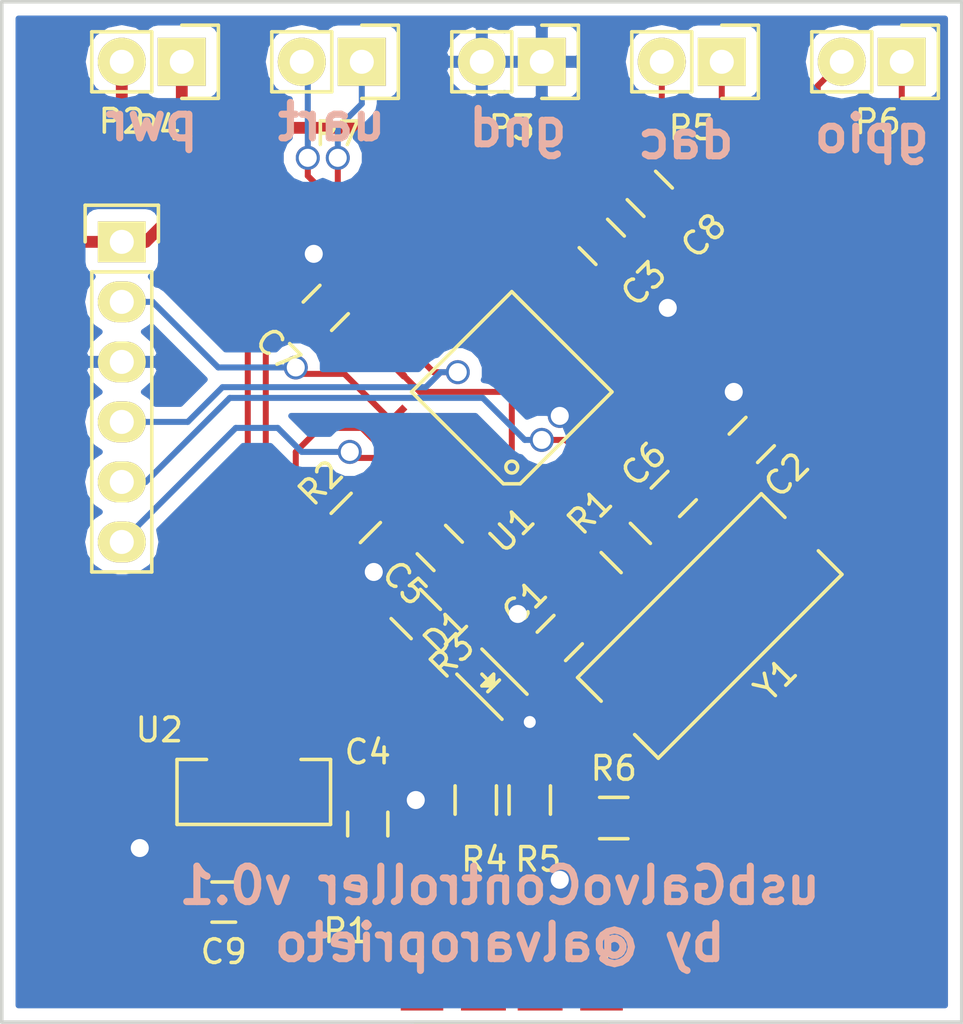
<source format=kicad_pcb>
(kicad_pcb (version 4) (host pcbnew "(2015-09-17 BZR 6202)-product")

  (general
    (links 65)
    (no_connects 7)
    (area 126.924999 83.744999 167.715001 127.075001)
    (thickness 1.6)
    (drawings 10)
    (tracks 240)
    (zones 0)
    (modules 26)
    (nets 49)
  )

  (page A4)
  (layers
    (0 F.Cu signal)
    (31 B.Cu signal)
    (32 B.Adhes user)
    (33 F.Adhes user)
    (34 B.Paste user)
    (35 F.Paste user)
    (36 B.SilkS user)
    (37 F.SilkS user)
    (38 B.Mask user)
    (39 F.Mask user)
    (40 Dwgs.User user)
    (41 Cmts.User user)
    (42 Eco1.User user)
    (43 Eco2.User user)
    (44 Edge.Cuts user)
    (45 Margin user)
    (46 B.CrtYd user)
    (47 F.CrtYd user)
    (48 B.Fab user)
    (49 F.Fab user)
  )

  (setup
    (last_trace_width 0.254)
    (user_trace_width 0.25)
    (user_trace_width 0.254)
    (user_trace_width 0.5)
    (user_trace_width 1)
    (user_trace_width 2.54)
    (trace_clearance 0.2)
    (zone_clearance 0.508)
    (zone_45_only no)
    (trace_min 0.1524)
    (segment_width 0.2)
    (edge_width 0.15)
    (via_size 0.6)
    (via_drill 0.4)
    (via_min_size 0.508)
    (via_min_drill 0.3302)
    (user_via 0.7 0.35)
    (user_via 0.762 0.508)
    (user_via 1.016 0.762)
    (user_via 1.27 1.016)
    (user_via 1.524 1.27)
    (user_via 1.905 1.27)
    (uvia_size 0.3)
    (uvia_drill 0.1)
    (uvias_allowed no)
    (uvia_min_size 0.2)
    (uvia_min_drill 0.1)
    (pcb_text_width 0.3)
    (pcb_text_size 1.5 1.5)
    (mod_edge_width 0.15)
    (mod_text_size 1 1)
    (mod_text_width 0.15)
    (pad_size 1.524 1.524)
    (pad_drill 0.762)
    (pad_to_mask_clearance 0.2)
    (aux_axis_origin 0 0)
    (visible_elements FFFFFF7F)
    (pcbplotparams
      (layerselection 0x00030_80000001)
      (usegerberextensions false)
      (excludeedgelayer true)
      (linewidth 0.100000)
      (plotframeref false)
      (viasonmask false)
      (mode 1)
      (useauxorigin false)
      (hpglpennumber 1)
      (hpglpenspeed 20)
      (hpglpendiameter 15)
      (hpglpenoverlay 2)
      (psnegative false)
      (psa4output false)
      (plotreference true)
      (plotvalue true)
      (plotinvisibletext false)
      (padsonsilk false)
      (subtractmaskfromsilk false)
      (outputformat 1)
      (mirror false)
      (drillshape 1)
      (scaleselection 1)
      (outputdirectory ""))
  )

  (net 0 "")
  (net 1 GND)
  (net 2 "Net-(C1-Pad2)")
  (net 3 "Net-(C2-Pad2)")
  (net 4 +3V3)
  (net 5 +5V)
  (net 6 "Net-(D1-Pad2)")
  (net 7 "Net-(P1-Pad3)")
  (net 8 "Net-(P1-Pad2)")
  (net 9 "Net-(P1-Pad4)")
  (net 10 /SWCLK)
  (net 11 /SWDIO)
  (net 12 /nRST)
  (net 13 /SWO)
  (net 14 /DAC1)
  (net 15 /DAC2)
  (net 16 /GPIO0)
  (net 17 /GPIO1)
  (net 18 /USART1_TX)
  (net 19 /USART1_RX)
  (net 20 "Net-(R1-Pad2)")
  (net 21 "Net-(R2-Pad2)")
  (net 22 "Net-(R3-Pad1)")
  (net 23 /DM)
  (net 24 /DP)
  (net 25 "Net-(U1-Pad20)")
  (net 26 "Net-(U1-Pad1)")
  (net 27 "Net-(U1-Pad2)")
  (net 28 "Net-(U1-Pad3)")
  (net 29 "Net-(U1-Pad4)")
  (net 30 "Net-(U1-Pad12)")
  (net 31 "Net-(U1-Pad13)")
  (net 32 "Net-(U1-Pad16)")
  (net 33 "Net-(U1-Pad17)")
  (net 34 "Net-(U1-Pad18)")
  (net 35 "Net-(U1-Pad19)")
  (net 36 "Net-(U1-Pad21)")
  (net 37 "Net-(U1-Pad22)")
  (net 38 "Net-(U1-Pad25)")
  (net 39 "Net-(U1-Pad26)")
  (net 40 "Net-(U1-Pad27)")
  (net 41 "Net-(U1-Pad28)")
  (net 42 "Net-(U1-Pad40)")
  (net 43 "Net-(U1-Pad41)")
  (net 44 "Net-(U1-Pad42)")
  (net 45 "Net-(U1-Pad43)")
  (net 46 "Net-(U1-Pad45)")
  (net 47 "Net-(U1-Pad46)")
  (net 48 "Net-(U1-Pad29)")

  (net_class Default "This is the default net class."
    (clearance 0.2)
    (trace_width 0.25)
    (via_dia 0.6)
    (via_drill 0.4)
    (uvia_dia 0.3)
    (uvia_drill 0.1)
    (add_net +3V3)
    (add_net +5V)
    (add_net /DAC1)
    (add_net /DAC2)
    (add_net /DM)
    (add_net /DP)
    (add_net /GPIO0)
    (add_net /GPIO1)
    (add_net /SWCLK)
    (add_net /SWDIO)
    (add_net /SWO)
    (add_net /USART1_RX)
    (add_net /USART1_TX)
    (add_net /nRST)
    (add_net GND)
    (add_net "Net-(C1-Pad2)")
    (add_net "Net-(C2-Pad2)")
    (add_net "Net-(D1-Pad2)")
    (add_net "Net-(P1-Pad2)")
    (add_net "Net-(P1-Pad3)")
    (add_net "Net-(P1-Pad4)")
    (add_net "Net-(R1-Pad2)")
    (add_net "Net-(R2-Pad2)")
    (add_net "Net-(R3-Pad1)")
    (add_net "Net-(U1-Pad1)")
    (add_net "Net-(U1-Pad12)")
    (add_net "Net-(U1-Pad13)")
    (add_net "Net-(U1-Pad16)")
    (add_net "Net-(U1-Pad17)")
    (add_net "Net-(U1-Pad18)")
    (add_net "Net-(U1-Pad19)")
    (add_net "Net-(U1-Pad2)")
    (add_net "Net-(U1-Pad20)")
    (add_net "Net-(U1-Pad21)")
    (add_net "Net-(U1-Pad22)")
    (add_net "Net-(U1-Pad25)")
    (add_net "Net-(U1-Pad26)")
    (add_net "Net-(U1-Pad27)")
    (add_net "Net-(U1-Pad28)")
    (add_net "Net-(U1-Pad29)")
    (add_net "Net-(U1-Pad3)")
    (add_net "Net-(U1-Pad4)")
    (add_net "Net-(U1-Pad40)")
    (add_net "Net-(U1-Pad41)")
    (add_net "Net-(U1-Pad42)")
    (add_net "Net-(U1-Pad43)")
    (add_net "Net-(U1-Pad45)")
    (add_net "Net-(U1-Pad46)")
  )

  (module alvarop:LQFP48 (layer F.Cu) (tedit 56070945) (tstamp 560708CC)
    (at 148.59 100.33 45)
    (path /55FED439)
    (fp_text reference U1 (at -4.130918 4.130918 45) (layer F.SilkS)
      (effects (font (size 1 1) (thickness 0.15)))
    )
    (fp_text value STM32L151x6 (at 0 0 45) (layer F.Fab) hide
      (effects (font (size 1 1) (thickness 0.15)))
    )
    (fp_circle (center -2.25 2.25) (end -2 2.25) (layer F.SilkS) (width 0.15))
    (fp_line (start -2.5 3) (end -3 2.5) (layer F.SilkS) (width 0.15))
    (fp_line (start 3 -3) (end -3 -3) (layer F.SilkS) (width 0.15))
    (fp_line (start 3 3) (end 3 -3) (layer F.SilkS) (width 0.15))
    (fp_line (start -2.5 3) (end 3 3) (layer F.SilkS) (width 0.15))
    (fp_line (start -3 -3) (end -3 2.5) (layer F.SilkS) (width 0.15))
    (pad 20 smd rect (at 4.25 -0.75 45) (size 1.2 0.3) (layers F.Cu F.Paste F.Mask)
      (net 25 "Net-(U1-Pad20)"))
    (pad 1 smd rect (at -2.75 4.25 45) (size 0.3 1.2) (layers F.Cu F.Paste F.Mask)
      (net 26 "Net-(U1-Pad1)"))
    (pad 2 smd rect (at -2.25 4.25 45) (size 0.3 1.2) (layers F.Cu F.Paste F.Mask)
      (net 27 "Net-(U1-Pad2)"))
    (pad 3 smd rect (at -1.75 4.25 45) (size 0.3 1.2) (layers F.Cu F.Paste F.Mask)
      (net 28 "Net-(U1-Pad3)"))
    (pad 4 smd rect (at -1.25 4.25 45) (size 0.3 1.2) (layers F.Cu F.Paste F.Mask)
      (net 29 "Net-(U1-Pad4)"))
    (pad 5 smd rect (at -0.75 4.25 45) (size 0.3 1.2) (layers F.Cu F.Paste F.Mask)
      (net 2 "Net-(C1-Pad2)"))
    (pad 6 smd rect (at -0.25 4.25 45) (size 0.3 1.2) (layers F.Cu F.Paste F.Mask)
      (net 20 "Net-(R1-Pad2)"))
    (pad 7 smd rect (at 0.25 4.25 45) (size 0.3 1.2) (layers F.Cu F.Paste F.Mask)
      (net 12 /nRST))
    (pad 8 smd rect (at 0.75 4.25 45) (size 0.3 1.2) (layers F.Cu F.Paste F.Mask)
      (net 1 GND))
    (pad 9 smd rect (at 1.25 4.25 45) (size 0.3 1.2) (layers F.Cu F.Paste F.Mask)
      (net 4 +3V3))
    (pad 10 smd rect (at 1.75 4.25 45) (size 0.3 1.2) (layers F.Cu F.Paste F.Mask)
      (net 16 /GPIO0))
    (pad 11 smd rect (at 2.25 4.25 45) (size 0.3 1.2) (layers F.Cu F.Paste F.Mask)
      (net 17 /GPIO1))
    (pad 12 smd rect (at 2.75 4.25 45) (size 0.3 1.2) (layers F.Cu F.Paste F.Mask)
      (net 30 "Net-(U1-Pad12)"))
    (pad 13 smd rect (at 4.25 2.75 45) (size 1.2 0.3) (layers F.Cu F.Paste F.Mask)
      (net 31 "Net-(U1-Pad13)"))
    (pad 14 smd rect (at 4.25 2.25 45) (size 1.2 0.3) (layers F.Cu F.Paste F.Mask)
      (net 14 /DAC1))
    (pad 15 smd rect (at 4.25 1.75 45) (size 1.2 0.3) (layers F.Cu F.Paste F.Mask)
      (net 15 /DAC2))
    (pad 16 smd rect (at 4.25 1.25 45) (size 1.2 0.3) (layers F.Cu F.Paste F.Mask)
      (net 32 "Net-(U1-Pad16)"))
    (pad 17 smd rect (at 4.25 0.75 45) (size 1.2 0.3) (layers F.Cu F.Paste F.Mask)
      (net 33 "Net-(U1-Pad17)"))
    (pad 18 smd rect (at 4.25 0.25 45) (size 1.2 0.3) (layers F.Cu F.Paste F.Mask)
      (net 34 "Net-(U1-Pad18)"))
    (pad 19 smd rect (at 4.25 -0.25 45) (size 1.2 0.3) (layers F.Cu F.Paste F.Mask)
      (net 35 "Net-(U1-Pad19)"))
    (pad 21 smd rect (at 4.25 -1.25 45) (size 1.2 0.3) (layers F.Cu F.Paste F.Mask)
      (net 36 "Net-(U1-Pad21)"))
    (pad 22 smd rect (at 4.25 -1.75 45) (size 1.2 0.3) (layers F.Cu F.Paste F.Mask)
      (net 37 "Net-(U1-Pad22)"))
    (pad 23 smd rect (at 4.25 -2.25 45) (size 1.2 0.3) (layers F.Cu F.Paste F.Mask)
      (net 1 GND))
    (pad 24 smd rect (at 4.25 -2.75 45) (size 1.2 0.3) (layers F.Cu F.Paste F.Mask)
      (net 4 +3V3))
    (pad 25 smd rect (at 2.75 -4.25 45) (size 0.3 1.2) (layers F.Cu F.Paste F.Mask)
      (net 38 "Net-(U1-Pad25)"))
    (pad 26 smd rect (at 2.25 -4.25 45) (size 0.3 1.2) (layers F.Cu F.Paste F.Mask)
      (net 39 "Net-(U1-Pad26)"))
    (pad 27 smd rect (at 1.75 -4.25 45) (size 0.3 1.2) (layers F.Cu F.Paste F.Mask)
      (net 40 "Net-(U1-Pad27)"))
    (pad 28 smd rect (at 1.25 -4.25 45) (size 0.3 1.2) (layers F.Cu F.Paste F.Mask)
      (net 41 "Net-(U1-Pad28)"))
    (pad 29 smd rect (at 0.75 -4.25 45) (size 0.3 1.2) (layers F.Cu F.Paste F.Mask)
      (net 48 "Net-(U1-Pad29)"))
    (pad 30 smd rect (at 0.25 -4.25 45) (size 0.3 1.2) (layers F.Cu F.Paste F.Mask)
      (net 18 /USART1_TX))
    (pad 31 smd rect (at -0.25 -4.25 45) (size 0.3 1.2) (layers F.Cu F.Paste F.Mask)
      (net 19 /USART1_RX))
    (pad 32 smd rect (at -0.75 -4.25 45) (size 0.3 1.2) (layers F.Cu F.Paste F.Mask)
      (net 23 /DM))
    (pad 33 smd rect (at -1.25 -4.25 45) (size 0.3 1.2) (layers F.Cu F.Paste F.Mask)
      (net 24 /DP))
    (pad 34 smd rect (at -1.75 -4.25 45) (size 0.3 1.2) (layers F.Cu F.Paste F.Mask)
      (net 11 /SWDIO))
    (pad 35 smd rect (at -2.25 -4.25 45) (size 0.3 1.2) (layers F.Cu F.Paste F.Mask)
      (net 1 GND))
    (pad 36 smd rect (at -2.75 -4.25 45) (size 0.3 1.2) (layers F.Cu F.Paste F.Mask)
      (net 4 +3V3))
    (pad 37 smd rect (at -4.25 -2.75 45) (size 1.2 0.3) (layers F.Cu F.Paste F.Mask)
      (net 10 /SWCLK))
    (pad 38 smd rect (at -4.25 -2.25 45) (size 1.2 0.3) (layers F.Cu F.Paste F.Mask)
      (net 22 "Net-(R3-Pad1)"))
    (pad 39 smd rect (at -4.25 -1.75 45) (size 1.2 0.3) (layers F.Cu F.Paste F.Mask)
      (net 13 /SWO))
    (pad 40 smd rect (at -4.25 -1.25 45) (size 1.2 0.3) (layers F.Cu F.Paste F.Mask)
      (net 42 "Net-(U1-Pad40)"))
    (pad 41 smd rect (at -4.25 -0.75 45) (size 1.2 0.3) (layers F.Cu F.Paste F.Mask)
      (net 43 "Net-(U1-Pad41)"))
    (pad 42 smd rect (at -4.25 -0.25 45) (size 1.2 0.3) (layers F.Cu F.Paste F.Mask)
      (net 44 "Net-(U1-Pad42)"))
    (pad 43 smd rect (at -4.25 0.25 45) (size 1.2 0.3) (layers F.Cu F.Paste F.Mask)
      (net 45 "Net-(U1-Pad43)"))
    (pad 44 smd rect (at -4.25 0.75 45) (size 1.2 0.3) (layers F.Cu F.Paste F.Mask)
      (net 21 "Net-(R2-Pad2)"))
    (pad 45 smd rect (at -4.25 1.25 45) (size 1.2 0.3) (layers F.Cu F.Paste F.Mask)
      (net 46 "Net-(U1-Pad45)"))
    (pad 46 smd rect (at -4.25 1.75 45) (size 1.2 0.3) (layers F.Cu F.Paste F.Mask)
      (net 47 "Net-(U1-Pad46)"))
    (pad 47 smd rect (at -4.25 2.25 45) (size 1.2 0.3) (layers F.Cu F.Paste F.Mask)
      (net 1 GND))
    (pad 48 smd rect (at -4.25 2.75 45) (size 1.2 0.3) (layers F.Cu F.Paste F.Mask)
      (net 4 +3V3))
  )

  (module Capacitors_SMD:C_0805 (layer F.Cu) (tedit 5415D6EA) (tstamp 56070767)
    (at 150.622 110.744 45)
    (descr "Capacitor SMD 0805, reflow soldering, AVX (see smccp.pdf)")
    (tags "capacitor 0805")
    (path /55FEDAE4)
    (attr smd)
    (fp_text reference C1 (at 0 -2.1 45) (layer F.SilkS)
      (effects (font (size 1 1) (thickness 0.15)))
    )
    (fp_text value 20pF (at 0 2.1 45) (layer F.Fab)
      (effects (font (size 1 1) (thickness 0.15)))
    )
    (fp_line (start -1.8 -1) (end 1.8 -1) (layer F.CrtYd) (width 0.05))
    (fp_line (start -1.8 1) (end 1.8 1) (layer F.CrtYd) (width 0.05))
    (fp_line (start -1.8 -1) (end -1.8 1) (layer F.CrtYd) (width 0.05))
    (fp_line (start 1.8 -1) (end 1.8 1) (layer F.CrtYd) (width 0.05))
    (fp_line (start 0.5 -0.85) (end -0.5 -0.85) (layer F.SilkS) (width 0.15))
    (fp_line (start -0.5 0.85) (end 0.5 0.85) (layer F.SilkS) (width 0.15))
    (pad 1 smd rect (at -1 0 45) (size 1 1.25) (layers F.Cu F.Paste F.Mask)
      (net 1 GND))
    (pad 2 smd rect (at 1 0 45) (size 1 1.25) (layers F.Cu F.Paste F.Mask)
      (net 2 "Net-(C1-Pad2)"))
    (model Capacitors_SMD.3dshapes/C_0805.wrl
      (at (xyz 0 0 0))
      (scale (xyz 1 1 1))
      (rotate (xyz 0 0 0))
    )
  )

  (module Capacitors_SMD:C_0805 (layer F.Cu) (tedit 56070C8F) (tstamp 56070773)
    (at 158.75 102.362 225)
    (descr "Capacitor SMD 0805, reflow soldering, AVX (see smccp.pdf)")
    (tags "capacitor 0805")
    (path /55FEDB3C)
    (attr smd)
    (fp_text reference C2 (at 0 -2.1 225) (layer F.SilkS)
      (effects (font (size 1 1) (thickness 0.15)))
    )
    (fp_text value 20pF (at -3.951313 -0.35921 225) (layer F.Fab)
      (effects (font (size 1 1) (thickness 0.15)))
    )
    (fp_line (start -1.8 -1) (end 1.8 -1) (layer F.CrtYd) (width 0.05))
    (fp_line (start -1.8 1) (end 1.8 1) (layer F.CrtYd) (width 0.05))
    (fp_line (start -1.8 -1) (end -1.8 1) (layer F.CrtYd) (width 0.05))
    (fp_line (start 1.8 -1) (end 1.8 1) (layer F.CrtYd) (width 0.05))
    (fp_line (start 0.5 -0.85) (end -0.5 -0.85) (layer F.SilkS) (width 0.15))
    (fp_line (start -0.5 0.85) (end 0.5 0.85) (layer F.SilkS) (width 0.15))
    (pad 1 smd rect (at -1 0 225) (size 1 1.25) (layers F.Cu F.Paste F.Mask)
      (net 1 GND))
    (pad 2 smd rect (at 1 0 225) (size 1 1.25) (layers F.Cu F.Paste F.Mask)
      (net 3 "Net-(C2-Pad2)"))
    (model Capacitors_SMD.3dshapes/C_0805.wrl
      (at (xyz 0 0 0))
      (scale (xyz 1 1 1))
      (rotate (xyz 0 0 0))
    )
  )

  (module Capacitors_SMD:C_0805 (layer F.Cu) (tedit 56071841) (tstamp 5607077F)
    (at 152.4 93.98 315)
    (descr "Capacitor SMD 0805, reflow soldering, AVX (see smccp.pdf)")
    (tags "capacitor 0805")
    (path /55FED731)
    (attr smd)
    (fp_text reference C3 (at 2.514472 0 405) (layer F.SilkS)
      (effects (font (size 1 1) (thickness 0.15)))
    )
    (fp_text value 100nF (at -2.694077 0.898026 405) (layer F.Fab)
      (effects (font (size 1 1) (thickness 0.15)))
    )
    (fp_line (start -1.8 -1) (end 1.8 -1) (layer F.CrtYd) (width 0.05))
    (fp_line (start -1.8 1) (end 1.8 1) (layer F.CrtYd) (width 0.05))
    (fp_line (start -1.8 -1) (end -1.8 1) (layer F.CrtYd) (width 0.05))
    (fp_line (start 1.8 -1) (end 1.8 1) (layer F.CrtYd) (width 0.05))
    (fp_line (start 0.5 -0.85) (end -0.5 -0.85) (layer F.SilkS) (width 0.15))
    (fp_line (start -0.5 0.85) (end 0.5 0.85) (layer F.SilkS) (width 0.15))
    (pad 1 smd rect (at -1 0 315) (size 1 1.25) (layers F.Cu F.Paste F.Mask)
      (net 4 +3V3))
    (pad 2 smd rect (at 1 0 315) (size 1 1.25) (layers F.Cu F.Paste F.Mask)
      (net 1 GND))
    (model Capacitors_SMD.3dshapes/C_0805.wrl
      (at (xyz 0 0 0))
      (scale (xyz 1 1 1))
      (rotate (xyz 0 0 0))
    )
  )

  (module Capacitors_SMD:C_0805 (layer F.Cu) (tedit 56070D28) (tstamp 5607078B)
    (at 142.494 118.618 90)
    (descr "Capacitor SMD 0805, reflow soldering, AVX (see smccp.pdf)")
    (tags "capacitor 0805")
    (path /5606BFFB)
    (attr smd)
    (fp_text reference C4 (at 3.048 0 180) (layer F.SilkS)
      (effects (font (size 1 1) (thickness 0.15)))
    )
    (fp_text value 100nF (at 0 2.1 90) (layer F.Fab)
      (effects (font (size 1 1) (thickness 0.15)))
    )
    (fp_line (start -1.8 -1) (end 1.8 -1) (layer F.CrtYd) (width 0.05))
    (fp_line (start -1.8 1) (end 1.8 1) (layer F.CrtYd) (width 0.05))
    (fp_line (start -1.8 -1) (end -1.8 1) (layer F.CrtYd) (width 0.05))
    (fp_line (start 1.8 -1) (end 1.8 1) (layer F.CrtYd) (width 0.05))
    (fp_line (start 0.5 -0.85) (end -0.5 -0.85) (layer F.SilkS) (width 0.15))
    (fp_line (start -0.5 0.85) (end 0.5 0.85) (layer F.SilkS) (width 0.15))
    (pad 1 smd rect (at -1 0 90) (size 1 1.25) (layers F.Cu F.Paste F.Mask)
      (net 5 +5V))
    (pad 2 smd rect (at 1 0 90) (size 1 1.25) (layers F.Cu F.Paste F.Mask)
      (net 1 GND))
    (model Capacitors_SMD.3dshapes/C_0805.wrl
      (at (xyz 0 0 0))
      (scale (xyz 1 1 1))
      (rotate (xyz 0 0 0))
    )
  )

  (module Capacitors_SMD:C_0805 (layer F.Cu) (tedit 560709E6) (tstamp 56070797)
    (at 145.542 106.934 135)
    (descr "Capacitor SMD 0805, reflow soldering, AVX (see smccp.pdf)")
    (tags "capacitor 0805")
    (path /55FED7F2)
    (attr smd)
    (fp_text reference C5 (at 0 -2.1 135) (layer F.SilkS)
      (effects (font (size 1 1) (thickness 0.15)))
    )
    (fp_text value 100nF (at -2.694077 0.179605 225) (layer F.Fab)
      (effects (font (size 1 1) (thickness 0.15)))
    )
    (fp_line (start -1.8 -1) (end 1.8 -1) (layer F.CrtYd) (width 0.05))
    (fp_line (start -1.8 1) (end 1.8 1) (layer F.CrtYd) (width 0.05))
    (fp_line (start -1.8 -1) (end -1.8 1) (layer F.CrtYd) (width 0.05))
    (fp_line (start 1.8 -1) (end 1.8 1) (layer F.CrtYd) (width 0.05))
    (fp_line (start 0.5 -0.85) (end -0.5 -0.85) (layer F.SilkS) (width 0.15))
    (fp_line (start -0.5 0.85) (end 0.5 0.85) (layer F.SilkS) (width 0.15))
    (pad 1 smd rect (at -1 0 135) (size 1 1.25) (layers F.Cu F.Paste F.Mask)
      (net 4 +3V3))
    (pad 2 smd rect (at 1 0 135) (size 1 1.25) (layers F.Cu F.Paste F.Mask)
      (net 1 GND))
    (model Capacitors_SMD.3dshapes/C_0805.wrl
      (at (xyz 0 0 0))
      (scale (xyz 1 1 1))
      (rotate (xyz 0 0 0))
    )
  )

  (module Capacitors_SMD:C_0805 (layer F.Cu) (tedit 56070C9F) (tstamp 560707A3)
    (at 155.448 104.648 225)
    (descr "Capacitor SMD 0805, reflow soldering, AVX (see smccp.pdf)")
    (tags "capacitor 0805")
    (path /55FED765)
    (attr smd)
    (fp_text reference C6 (at 0 1.796051 225) (layer F.SilkS)
      (effects (font (size 1 1) (thickness 0.15)))
    )
    (fp_text value 100nF (at -0.179605 -1.616446 405) (layer F.Fab)
      (effects (font (size 1 1) (thickness 0.15)))
    )
    (fp_line (start -1.8 -1) (end 1.8 -1) (layer F.CrtYd) (width 0.05))
    (fp_line (start -1.8 1) (end 1.8 1) (layer F.CrtYd) (width 0.05))
    (fp_line (start -1.8 -1) (end -1.8 1) (layer F.CrtYd) (width 0.05))
    (fp_line (start 1.8 -1) (end 1.8 1) (layer F.CrtYd) (width 0.05))
    (fp_line (start 0.5 -0.85) (end -0.5 -0.85) (layer F.SilkS) (width 0.15))
    (fp_line (start -0.5 0.85) (end 0.5 0.85) (layer F.SilkS) (width 0.15))
    (pad 1 smd rect (at -1 0 225) (size 1 1.25) (layers F.Cu F.Paste F.Mask)
      (net 4 +3V3))
    (pad 2 smd rect (at 1 0 225) (size 1 1.25) (layers F.Cu F.Paste F.Mask)
      (net 1 GND))
    (model Capacitors_SMD.3dshapes/C_0805.wrl
      (at (xyz 0 0 0))
      (scale (xyz 1 1 1))
      (rotate (xyz 0 0 0))
    )
  )

  (module Capacitors_SMD:C_0805 (layer F.Cu) (tedit 56071A23) (tstamp 560707AF)
    (at 140.716 96.774 45)
    (descr "Capacitor SMD 0805, reflow soldering, AVX (see smccp.pdf)")
    (tags "capacitor 0805")
    (path /55FED79C)
    (attr smd)
    (fp_text reference C7 (at -2.694077 -0.179605 135) (layer F.SilkS)
      (effects (font (size 1 1) (thickness 0.15)))
    )
    (fp_text value 100nF (at 0 2.1 45) (layer F.Fab)
      (effects (font (size 1 1) (thickness 0.15)))
    )
    (fp_line (start -1.8 -1) (end 1.8 -1) (layer F.CrtYd) (width 0.05))
    (fp_line (start -1.8 1) (end 1.8 1) (layer F.CrtYd) (width 0.05))
    (fp_line (start -1.8 -1) (end -1.8 1) (layer F.CrtYd) (width 0.05))
    (fp_line (start 1.8 -1) (end 1.8 1) (layer F.CrtYd) (width 0.05))
    (fp_line (start 0.5 -0.85) (end -0.5 -0.85) (layer F.SilkS) (width 0.15))
    (fp_line (start -0.5 0.85) (end 0.5 0.85) (layer F.SilkS) (width 0.15))
    (pad 1 smd rect (at -1 0 45) (size 1 1.25) (layers F.Cu F.Paste F.Mask)
      (net 4 +3V3))
    (pad 2 smd rect (at 1 0 45) (size 1 1.25) (layers F.Cu F.Paste F.Mask)
      (net 1 GND))
    (model Capacitors_SMD.3dshapes/C_0805.wrl
      (at (xyz 0 0 0))
      (scale (xyz 1 1 1))
      (rotate (xyz 0 0 0))
    )
  )

  (module Capacitors_SMD:C_0805 (layer F.Cu) (tedit 5415D6EA) (tstamp 560707BB)
    (at 154.432 91.948 315)
    (descr "Capacitor SMD 0805, reflow soldering, AVX (see smccp.pdf)")
    (tags "capacitor 0805")
    (path /55FED7CD)
    (attr smd)
    (fp_text reference C8 (at 2.873682 -0.35921 405) (layer F.SilkS)
      (effects (font (size 1 1) (thickness 0.15)))
    )
    (fp_text value 10uF (at -2.873682 0 405) (layer F.Fab)
      (effects (font (size 1 1) (thickness 0.15)))
    )
    (fp_line (start -1.8 -1) (end 1.8 -1) (layer F.CrtYd) (width 0.05))
    (fp_line (start -1.8 1) (end 1.8 1) (layer F.CrtYd) (width 0.05))
    (fp_line (start -1.8 -1) (end -1.8 1) (layer F.CrtYd) (width 0.05))
    (fp_line (start 1.8 -1) (end 1.8 1) (layer F.CrtYd) (width 0.05))
    (fp_line (start 0.5 -0.85) (end -0.5 -0.85) (layer F.SilkS) (width 0.15))
    (fp_line (start -0.5 0.85) (end 0.5 0.85) (layer F.SilkS) (width 0.15))
    (pad 1 smd rect (at -1 0 315) (size 1 1.25) (layers F.Cu F.Paste F.Mask)
      (net 4 +3V3))
    (pad 2 smd rect (at 1 0 315) (size 1 1.25) (layers F.Cu F.Paste F.Mask)
      (net 1 GND))
    (model Capacitors_SMD.3dshapes/C_0805.wrl
      (at (xyz 0 0 0))
      (scale (xyz 1 1 1))
      (rotate (xyz 0 0 0))
    )
  )

  (module Capacitors_SMD:C_0805 (layer F.Cu) (tedit 56070D22) (tstamp 560707C7)
    (at 136.398 121.92 180)
    (descr "Capacitor SMD 0805, reflow soldering, AVX (see smccp.pdf)")
    (tags "capacitor 0805")
    (path /5606C046)
    (attr smd)
    (fp_text reference C9 (at 0 -2.1 180) (layer F.SilkS)
      (effects (font (size 1 1) (thickness 0.15)))
    )
    (fp_text value 10uF (at 3.81 0 180) (layer F.Fab)
      (effects (font (size 1 1) (thickness 0.15)))
    )
    (fp_line (start -1.8 -1) (end 1.8 -1) (layer F.CrtYd) (width 0.05))
    (fp_line (start -1.8 1) (end 1.8 1) (layer F.CrtYd) (width 0.05))
    (fp_line (start -1.8 -1) (end -1.8 1) (layer F.CrtYd) (width 0.05))
    (fp_line (start 1.8 -1) (end 1.8 1) (layer F.CrtYd) (width 0.05))
    (fp_line (start 0.5 -0.85) (end -0.5 -0.85) (layer F.SilkS) (width 0.15))
    (fp_line (start -0.5 0.85) (end 0.5 0.85) (layer F.SilkS) (width 0.15))
    (pad 1 smd rect (at -1 0 180) (size 1 1.25) (layers F.Cu F.Paste F.Mask)
      (net 4 +3V3))
    (pad 2 smd rect (at 1 0 180) (size 1 1.25) (layers F.Cu F.Paste F.Mask)
      (net 1 GND))
    (model Capacitors_SMD.3dshapes/C_0805.wrl
      (at (xyz 0 0 0))
      (scale (xyz 1 1 1))
      (rotate (xyz 0 0 0))
    )
  )

  (module LEDs:LED-0805 (layer F.Cu) (tedit 56071FD0) (tstamp 560707DA)
    (at 147.574 112.522 135)
    (descr "LED 0805 smd package")
    (tags "LED 0805 SMD")
    (path /5606F018)
    (attr smd)
    (fp_text reference D1 (at 2.694077 0.179605 225) (layer F.SilkS)
      (effects (font (size 1 1) (thickness 0.15)))
    )
    (fp_text value LED (at 0 2.286 135) (layer F.Fab)
      (effects (font (size 1 1) (thickness 0.15)))
    )
    (fp_line (start -1.6 0.75) (end 1.1 0.75) (layer F.SilkS) (width 0.15))
    (fp_line (start -1.6 -0.75) (end 1.1 -0.75) (layer F.SilkS) (width 0.15))
    (fp_line (start -0.1 0.15) (end -0.1 -0.1) (layer F.SilkS) (width 0.15))
    (fp_line (start -0.1 -0.1) (end -0.25 0.05) (layer F.SilkS) (width 0.15))
    (fp_line (start -0.35 -0.35) (end -0.35 0.35) (layer F.SilkS) (width 0.15))
    (fp_line (start 0 0) (end 0.35 0) (layer F.SilkS) (width 0.15))
    (fp_line (start -0.35 0) (end 0 -0.35) (layer F.SilkS) (width 0.15))
    (fp_line (start 0 -0.35) (end 0 0.35) (layer F.SilkS) (width 0.15))
    (fp_line (start 0 0.35) (end -0.35 0) (layer F.SilkS) (width 0.15))
    (fp_line (start 1.9 -0.95) (end 1.9 0.95) (layer F.CrtYd) (width 0.05))
    (fp_line (start 1.9 0.95) (end -1.9 0.95) (layer F.CrtYd) (width 0.05))
    (fp_line (start -1.9 0.95) (end -1.9 -0.95) (layer F.CrtYd) (width 0.05))
    (fp_line (start -1.9 -0.95) (end 1.9 -0.95) (layer F.CrtYd) (width 0.05))
    (pad 2 smd rect (at 1.04902 0 315) (size 1.19888 1.19888) (layers F.Cu F.Paste F.Mask)
      (net 6 "Net-(D1-Pad2)"))
    (pad 1 smd rect (at -1.04902 0 315) (size 1.19888 1.19888) (layers F.Cu F.Paste F.Mask)
      (net 1 GND))
    (model LEDs.3dshapes/LED-0805.wrl
      (at (xyz 0 0 0))
      (scale (xyz 1 1 1))
      (rotate (xyz 0 0 0))
    )
  )

  (module alvarop:USB_MICRO_B (layer F.Cu) (tedit 5606DE3A) (tstamp 560707EC)
    (at 148.59 122.8852)
    (path /55FEE50C)
    (fp_text reference P1 (at -7 0.25) (layer F.SilkS)
      (effects (font (size 1 1) (thickness 0.15)))
    )
    (fp_text value USB_OTG (at 0 5.25) (layer F.Fab) hide
      (effects (font (size 1 1) (thickness 0.15)))
    )
    (fp_line (start -4 1.25) (end -4 1.5) (layer F.SilkS) (width 0.15))
    (fp_line (start 4 1.25) (end 4 1.5) (layer F.SilkS) (width 0.15))
    (fp_line (start -4.1 4.125) (end 4.1 4.125) (layer F.SilkS) (width 0.15))
    (pad 6 smd rect (at 1.2 2.675) (size 1.9 1.9) (layers F.Cu F.Paste F.Mask)
      (net 1 GND))
    (pad 6 smd rect (at -1.2 2.675) (size 1.9 1.9) (layers F.Cu F.Paste F.Mask)
      (net 1 GND))
    (pad 6 smd rect (at 3.8 2.675) (size 1.8 1.9) (layers F.Cu F.Paste F.Mask)
      (net 1 GND))
    (pad 6 smd rect (at 3.1 0.125) (size 2.1 1.6) (layers F.Cu F.Paste F.Mask)
      (net 1 GND))
    (pad 3 smd rect (at 0 0) (size 0.4 1.35) (layers F.Cu F.Paste F.Mask)
      (net 7 "Net-(P1-Pad3)"))
    (pad 2 smd rect (at -0.65 0) (size 0.4 1.35) (layers F.Cu F.Paste F.Mask)
      (net 8 "Net-(P1-Pad2)"))
    (pad 4 smd rect (at 0.65 0) (size 0.4 1.35) (layers F.Cu F.Paste F.Mask)
      (net 9 "Net-(P1-Pad4)"))
    (pad 1 smd rect (at -1.3 0) (size 0.4 1.35) (layers F.Cu F.Paste F.Mask)
      (net 5 +5V))
    (pad 5 smd rect (at 1.3 0) (size 0.4 1.35) (layers F.Cu F.Paste F.Mask)
      (net 1 GND))
    (pad 6 smd rect (at -3.1 0.125) (size 2.1 1.6) (layers F.Cu F.Paste F.Mask)
      (net 1 GND))
    (pad 6 smd rect (at -3.8 2.675) (size 1.8 1.9) (layers F.Cu F.Paste F.Mask)
      (net 1 GND))
  )

  (module Pin_Headers:Pin_Header_Straight_1x06 (layer F.Cu) (tedit 0) (tstamp 56070801)
    (at 132.08 93.98)
    (descr "Through hole pin header")
    (tags "pin header")
    (path /5606C441)
    (fp_text reference P2 (at 0 -5.1) (layer F.SilkS)
      (effects (font (size 1 1) (thickness 0.15)))
    )
    (fp_text value CONN_01X06 (at 0 -3.1) (layer F.Fab)
      (effects (font (size 1 1) (thickness 0.15)))
    )
    (fp_line (start -1.75 -1.75) (end -1.75 14.45) (layer F.CrtYd) (width 0.05))
    (fp_line (start 1.75 -1.75) (end 1.75 14.45) (layer F.CrtYd) (width 0.05))
    (fp_line (start -1.75 -1.75) (end 1.75 -1.75) (layer F.CrtYd) (width 0.05))
    (fp_line (start -1.75 14.45) (end 1.75 14.45) (layer F.CrtYd) (width 0.05))
    (fp_line (start 1.27 1.27) (end 1.27 13.97) (layer F.SilkS) (width 0.15))
    (fp_line (start 1.27 13.97) (end -1.27 13.97) (layer F.SilkS) (width 0.15))
    (fp_line (start -1.27 13.97) (end -1.27 1.27) (layer F.SilkS) (width 0.15))
    (fp_line (start 1.55 -1.55) (end 1.55 0) (layer F.SilkS) (width 0.15))
    (fp_line (start 1.27 1.27) (end -1.27 1.27) (layer F.SilkS) (width 0.15))
    (fp_line (start -1.55 0) (end -1.55 -1.55) (layer F.SilkS) (width 0.15))
    (fp_line (start -1.55 -1.55) (end 1.55 -1.55) (layer F.SilkS) (width 0.15))
    (pad 1 thru_hole rect (at 0 0) (size 2.032 1.7272) (drill 1.016) (layers *.Cu *.Mask F.SilkS)
      (net 4 +3V3))
    (pad 2 thru_hole oval (at 0 2.54) (size 2.032 1.7272) (drill 1.016) (layers *.Cu *.Mask F.SilkS)
      (net 10 /SWCLK))
    (pad 3 thru_hole oval (at 0 5.08) (size 2.032 1.7272) (drill 1.016) (layers *.Cu *.Mask F.SilkS)
      (net 1 GND))
    (pad 4 thru_hole oval (at 0 7.62) (size 2.032 1.7272) (drill 1.016) (layers *.Cu *.Mask F.SilkS)
      (net 11 /SWDIO))
    (pad 5 thru_hole oval (at 0 10.16) (size 2.032 1.7272) (drill 1.016) (layers *.Cu *.Mask F.SilkS)
      (net 12 /nRST))
    (pad 6 thru_hole oval (at 0 12.7) (size 2.032 1.7272) (drill 1.016) (layers *.Cu *.Mask F.SilkS)
      (net 13 /SWO))
    (model Pin_Headers.3dshapes/Pin_Header_Straight_1x06.wrl
      (at (xyz 0 -0.25 0))
      (scale (xyz 1 1 1))
      (rotate (xyz 0 0 90))
    )
  )

  (module Pin_Headers:Pin_Header_Straight_1x02 (layer F.Cu) (tedit 56070B0D) (tstamp 56070812)
    (at 149.86 86.36 270)
    (descr "Through hole pin header")
    (tags "pin header")
    (path /56071AD0)
    (fp_text reference P3 (at 2.794 1.27 360) (layer F.SilkS)
      (effects (font (size 1 1) (thickness 0.15)))
    )
    (fp_text value GND (at 4.064 1.27 360) (layer F.Fab)
      (effects (font (size 1 1) (thickness 0.15)))
    )
    (fp_line (start 1.27 1.27) (end 1.27 3.81) (layer F.SilkS) (width 0.15))
    (fp_line (start 1.55 -1.55) (end 1.55 0) (layer F.SilkS) (width 0.15))
    (fp_line (start -1.75 -1.75) (end -1.75 4.3) (layer F.CrtYd) (width 0.05))
    (fp_line (start 1.75 -1.75) (end 1.75 4.3) (layer F.CrtYd) (width 0.05))
    (fp_line (start -1.75 -1.75) (end 1.75 -1.75) (layer F.CrtYd) (width 0.05))
    (fp_line (start -1.75 4.3) (end 1.75 4.3) (layer F.CrtYd) (width 0.05))
    (fp_line (start 1.27 1.27) (end -1.27 1.27) (layer F.SilkS) (width 0.15))
    (fp_line (start -1.55 0) (end -1.55 -1.55) (layer F.SilkS) (width 0.15))
    (fp_line (start -1.55 -1.55) (end 1.55 -1.55) (layer F.SilkS) (width 0.15))
    (fp_line (start -1.27 1.27) (end -1.27 3.81) (layer F.SilkS) (width 0.15))
    (fp_line (start -1.27 3.81) (end 1.27 3.81) (layer F.SilkS) (width 0.15))
    (pad 1 thru_hole rect (at 0 0 270) (size 2.032 2.032) (drill 1.016) (layers *.Cu *.Mask F.SilkS)
      (net 1 GND))
    (pad 2 thru_hole oval (at 0 2.54 270) (size 2.032 2.032) (drill 1.016) (layers *.Cu *.Mask F.SilkS)
      (net 1 GND))
    (model Pin_Headers.3dshapes/Pin_Header_Straight_1x02.wrl
      (at (xyz 0 -0.05 0))
      (scale (xyz 1 1 1))
      (rotate (xyz 0 0 90))
    )
  )

  (module Pin_Headers:Pin_Header_Straight_1x02 (layer F.Cu) (tedit 56070B16) (tstamp 56070823)
    (at 134.62 86.36 270)
    (descr "Through hole pin header")
    (tags "pin header")
    (path /560711EE)
    (fp_text reference P4 (at 2.794 1.016 360) (layer F.SilkS)
      (effects (font (size 1 1) (thickness 0.15)))
    )
    (fp_text value PWR (at 4.064 1.016 360) (layer F.Fab)
      (effects (font (size 1 1) (thickness 0.15)))
    )
    (fp_line (start 1.27 1.27) (end 1.27 3.81) (layer F.SilkS) (width 0.15))
    (fp_line (start 1.55 -1.55) (end 1.55 0) (layer F.SilkS) (width 0.15))
    (fp_line (start -1.75 -1.75) (end -1.75 4.3) (layer F.CrtYd) (width 0.05))
    (fp_line (start 1.75 -1.75) (end 1.75 4.3) (layer F.CrtYd) (width 0.05))
    (fp_line (start -1.75 -1.75) (end 1.75 -1.75) (layer F.CrtYd) (width 0.05))
    (fp_line (start -1.75 4.3) (end 1.75 4.3) (layer F.CrtYd) (width 0.05))
    (fp_line (start 1.27 1.27) (end -1.27 1.27) (layer F.SilkS) (width 0.15))
    (fp_line (start -1.55 0) (end -1.55 -1.55) (layer F.SilkS) (width 0.15))
    (fp_line (start -1.55 -1.55) (end 1.55 -1.55) (layer F.SilkS) (width 0.15))
    (fp_line (start -1.27 1.27) (end -1.27 3.81) (layer F.SilkS) (width 0.15))
    (fp_line (start -1.27 3.81) (end 1.27 3.81) (layer F.SilkS) (width 0.15))
    (pad 1 thru_hole rect (at 0 0 270) (size 2.032 2.032) (drill 1.016) (layers *.Cu *.Mask F.SilkS)
      (net 4 +3V3))
    (pad 2 thru_hole oval (at 0 2.54 270) (size 2.032 2.032) (drill 1.016) (layers *.Cu *.Mask F.SilkS)
      (net 5 +5V))
    (model Pin_Headers.3dshapes/Pin_Header_Straight_1x02.wrl
      (at (xyz 0 -0.05 0))
      (scale (xyz 1 1 1))
      (rotate (xyz 0 0 90))
    )
  )

  (module Pin_Headers:Pin_Header_Straight_1x02 (layer F.Cu) (tedit 56070B0A) (tstamp 56070834)
    (at 157.48 86.36 270)
    (descr "Through hole pin header")
    (tags "pin header")
    (path /56071361)
    (fp_text reference P5 (at 2.794 1.27 360) (layer F.SilkS)
      (effects (font (size 1 1) (thickness 0.15)))
    )
    (fp_text value DAC (at 4.318 1.27 360) (layer F.Fab)
      (effects (font (size 1 1) (thickness 0.15)))
    )
    (fp_line (start 1.27 1.27) (end 1.27 3.81) (layer F.SilkS) (width 0.15))
    (fp_line (start 1.55 -1.55) (end 1.55 0) (layer F.SilkS) (width 0.15))
    (fp_line (start -1.75 -1.75) (end -1.75 4.3) (layer F.CrtYd) (width 0.05))
    (fp_line (start 1.75 -1.75) (end 1.75 4.3) (layer F.CrtYd) (width 0.05))
    (fp_line (start -1.75 -1.75) (end 1.75 -1.75) (layer F.CrtYd) (width 0.05))
    (fp_line (start -1.75 4.3) (end 1.75 4.3) (layer F.CrtYd) (width 0.05))
    (fp_line (start 1.27 1.27) (end -1.27 1.27) (layer F.SilkS) (width 0.15))
    (fp_line (start -1.55 0) (end -1.55 -1.55) (layer F.SilkS) (width 0.15))
    (fp_line (start -1.55 -1.55) (end 1.55 -1.55) (layer F.SilkS) (width 0.15))
    (fp_line (start -1.27 1.27) (end -1.27 3.81) (layer F.SilkS) (width 0.15))
    (fp_line (start -1.27 3.81) (end 1.27 3.81) (layer F.SilkS) (width 0.15))
    (pad 1 thru_hole rect (at 0 0 270) (size 2.032 2.032) (drill 1.016) (layers *.Cu *.Mask F.SilkS)
      (net 14 /DAC1))
    (pad 2 thru_hole oval (at 0 2.54 270) (size 2.032 2.032) (drill 1.016) (layers *.Cu *.Mask F.SilkS)
      (net 15 /DAC2))
    (model Pin_Headers.3dshapes/Pin_Header_Straight_1x02.wrl
      (at (xyz 0 -0.05 0))
      (scale (xyz 1 1 1))
      (rotate (xyz 0 0 90))
    )
  )

  (module Pin_Headers:Pin_Header_Straight_1x02 (layer F.Cu) (tedit 56070B04) (tstamp 56070845)
    (at 165.1 86.36 270)
    (descr "Through hole pin header")
    (tags "pin header")
    (path /56071414)
    (fp_text reference P6 (at 2.54 1.016 360) (layer F.SilkS)
      (effects (font (size 1 1) (thickness 0.15)))
    )
    (fp_text value GPIO (at 4.064 1.016 360) (layer F.Fab)
      (effects (font (size 1 1) (thickness 0.15)))
    )
    (fp_line (start 1.27 1.27) (end 1.27 3.81) (layer F.SilkS) (width 0.15))
    (fp_line (start 1.55 -1.55) (end 1.55 0) (layer F.SilkS) (width 0.15))
    (fp_line (start -1.75 -1.75) (end -1.75 4.3) (layer F.CrtYd) (width 0.05))
    (fp_line (start 1.75 -1.75) (end 1.75 4.3) (layer F.CrtYd) (width 0.05))
    (fp_line (start -1.75 -1.75) (end 1.75 -1.75) (layer F.CrtYd) (width 0.05))
    (fp_line (start -1.75 4.3) (end 1.75 4.3) (layer F.CrtYd) (width 0.05))
    (fp_line (start 1.27 1.27) (end -1.27 1.27) (layer F.SilkS) (width 0.15))
    (fp_line (start -1.55 0) (end -1.55 -1.55) (layer F.SilkS) (width 0.15))
    (fp_line (start -1.55 -1.55) (end 1.55 -1.55) (layer F.SilkS) (width 0.15))
    (fp_line (start -1.27 1.27) (end -1.27 3.81) (layer F.SilkS) (width 0.15))
    (fp_line (start -1.27 3.81) (end 1.27 3.81) (layer F.SilkS) (width 0.15))
    (pad 1 thru_hole rect (at 0 0 270) (size 2.032 2.032) (drill 1.016) (layers *.Cu *.Mask F.SilkS)
      (net 16 /GPIO0))
    (pad 2 thru_hole oval (at 0 2.54 270) (size 2.032 2.032) (drill 1.016) (layers *.Cu *.Mask F.SilkS)
      (net 17 /GPIO1))
    (model Pin_Headers.3dshapes/Pin_Header_Straight_1x02.wrl
      (at (xyz 0 -0.05 0))
      (scale (xyz 1 1 1))
      (rotate (xyz 0 0 90))
    )
  )

  (module Pin_Headers:Pin_Header_Straight_1x02 (layer F.Cu) (tedit 56070B12) (tstamp 56070856)
    (at 142.24 86.36 270)
    (descr "Through hole pin header")
    (tags "pin header")
    (path /56072354)
    (fp_text reference P7 (at 3.048 1.016 360) (layer F.SilkS)
      (effects (font (size 1 1) (thickness 0.15)))
    )
    (fp_text value UART (at 4.318 1.016 360) (layer F.Fab)
      (effects (font (size 1 1) (thickness 0.15)))
    )
    (fp_line (start 1.27 1.27) (end 1.27 3.81) (layer F.SilkS) (width 0.15))
    (fp_line (start 1.55 -1.55) (end 1.55 0) (layer F.SilkS) (width 0.15))
    (fp_line (start -1.75 -1.75) (end -1.75 4.3) (layer F.CrtYd) (width 0.05))
    (fp_line (start 1.75 -1.75) (end 1.75 4.3) (layer F.CrtYd) (width 0.05))
    (fp_line (start -1.75 -1.75) (end 1.75 -1.75) (layer F.CrtYd) (width 0.05))
    (fp_line (start -1.75 4.3) (end 1.75 4.3) (layer F.CrtYd) (width 0.05))
    (fp_line (start 1.27 1.27) (end -1.27 1.27) (layer F.SilkS) (width 0.15))
    (fp_line (start -1.55 0) (end -1.55 -1.55) (layer F.SilkS) (width 0.15))
    (fp_line (start -1.55 -1.55) (end 1.55 -1.55) (layer F.SilkS) (width 0.15))
    (fp_line (start -1.27 1.27) (end -1.27 3.81) (layer F.SilkS) (width 0.15))
    (fp_line (start -1.27 3.81) (end 1.27 3.81) (layer F.SilkS) (width 0.15))
    (pad 1 thru_hole rect (at 0 0 270) (size 2.032 2.032) (drill 1.016) (layers *.Cu *.Mask F.SilkS)
      (net 18 /USART1_TX))
    (pad 2 thru_hole oval (at 0 2.54 270) (size 2.032 2.032) (drill 1.016) (layers *.Cu *.Mask F.SilkS)
      (net 19 /USART1_RX))
    (model Pin_Headers.3dshapes/Pin_Header_Straight_1x02.wrl
      (at (xyz 0 -0.05 0))
      (scale (xyz 1 1 1))
      (rotate (xyz 0 0 90))
    )
  )

  (module Resistors_SMD:R_0805 (layer F.Cu) (tedit 56070CA4) (tstamp 56070862)
    (at 153.416 106.934 135)
    (descr "Resistor SMD 0805, reflow soldering, Vishay (see dcrcw.pdf)")
    (tags "resistor 0805")
    (path /55FEDCB1)
    (attr smd)
    (fp_text reference R1 (at 2.155261 0 225) (layer F.SilkS)
      (effects (font (size 1 1) (thickness 0.15)))
    )
    (fp_text value 390 (at 0.898026 -2.694077 135) (layer F.Fab)
      (effects (font (size 1 1) (thickness 0.15)))
    )
    (fp_line (start -1.6 -1) (end 1.6 -1) (layer F.CrtYd) (width 0.05))
    (fp_line (start -1.6 1) (end 1.6 1) (layer F.CrtYd) (width 0.05))
    (fp_line (start -1.6 -1) (end -1.6 1) (layer F.CrtYd) (width 0.05))
    (fp_line (start 1.6 -1) (end 1.6 1) (layer F.CrtYd) (width 0.05))
    (fp_line (start 0.6 0.875) (end -0.6 0.875) (layer F.SilkS) (width 0.15))
    (fp_line (start -0.6 -0.875) (end 0.6 -0.875) (layer F.SilkS) (width 0.15))
    (pad 1 smd rect (at -0.95 0 135) (size 0.7 1.3) (layers F.Cu F.Paste F.Mask)
      (net 3 "Net-(C2-Pad2)"))
    (pad 2 smd rect (at 0.95 0 135) (size 0.7 1.3) (layers F.Cu F.Paste F.Mask)
      (net 20 "Net-(R1-Pad2)"))
    (model Resistors_SMD.3dshapes/R_0805.wrl
      (at (xyz 0 0 0))
      (scale (xyz 1 1 1))
      (rotate (xyz 0 0 0))
    )
  )

  (module Resistors_SMD:R_0805 (layer F.Cu) (tedit 5415CDEB) (tstamp 5607086E)
    (at 141.986 105.664 45)
    (descr "Resistor SMD 0805, reflow soldering, Vishay (see dcrcw.pdf)")
    (tags "resistor 0805")
    (path /55FEE019)
    (attr smd)
    (fp_text reference R2 (at 0 -2.1 45) (layer F.SilkS)
      (effects (font (size 1 1) (thickness 0.15)))
    )
    (fp_text value 10k (at 0 2.1 45) (layer F.Fab)
      (effects (font (size 1 1) (thickness 0.15)))
    )
    (fp_line (start -1.6 -1) (end 1.6 -1) (layer F.CrtYd) (width 0.05))
    (fp_line (start -1.6 1) (end 1.6 1) (layer F.CrtYd) (width 0.05))
    (fp_line (start -1.6 -1) (end -1.6 1) (layer F.CrtYd) (width 0.05))
    (fp_line (start 1.6 -1) (end 1.6 1) (layer F.CrtYd) (width 0.05))
    (fp_line (start 0.6 0.875) (end -0.6 0.875) (layer F.SilkS) (width 0.15))
    (fp_line (start -0.6 -0.875) (end 0.6 -0.875) (layer F.SilkS) (width 0.15))
    (pad 1 smd rect (at -0.95 0 45) (size 0.7 1.3) (layers F.Cu F.Paste F.Mask)
      (net 1 GND))
    (pad 2 smd rect (at 0.95 0 45) (size 0.7 1.3) (layers F.Cu F.Paste F.Mask)
      (net 21 "Net-(R2-Pad2)"))
    (model Resistors_SMD.3dshapes/R_0805.wrl
      (at (xyz 0 0 0))
      (scale (xyz 1 1 1))
      (rotate (xyz 0 0 0))
    )
  )

  (module Resistors_SMD:R_0805 (layer F.Cu) (tedit 5607192E) (tstamp 5607087A)
    (at 144.526 109.728 315)
    (descr "Resistor SMD 0805, reflow soldering, Vishay (see dcrcw.pdf)")
    (tags "resistor 0805")
    (path /5606F0F5)
    (attr smd)
    (fp_text reference R3 (at 2.334867 0.179605 405) (layer F.SilkS)
      (effects (font (size 1 1) (thickness 0.15)))
    )
    (fp_text value 680 (at 0.508 -2.032 315) (layer F.Fab)
      (effects (font (size 1 1) (thickness 0.15)))
    )
    (fp_line (start -1.6 -1) (end 1.6 -1) (layer F.CrtYd) (width 0.05))
    (fp_line (start -1.6 1) (end 1.6 1) (layer F.CrtYd) (width 0.05))
    (fp_line (start -1.6 -1) (end -1.6 1) (layer F.CrtYd) (width 0.05))
    (fp_line (start 1.6 -1) (end 1.6 1) (layer F.CrtYd) (width 0.05))
    (fp_line (start 0.6 0.875) (end -0.6 0.875) (layer F.SilkS) (width 0.15))
    (fp_line (start -0.6 -0.875) (end 0.6 -0.875) (layer F.SilkS) (width 0.15))
    (pad 1 smd rect (at -0.95 0 315) (size 0.7 1.3) (layers F.Cu F.Paste F.Mask)
      (net 22 "Net-(R3-Pad1)"))
    (pad 2 smd rect (at 0.95 0 315) (size 0.7 1.3) (layers F.Cu F.Paste F.Mask)
      (net 6 "Net-(D1-Pad2)"))
    (model Resistors_SMD.3dshapes/R_0805.wrl
      (at (xyz 0 0 0))
      (scale (xyz 1 1 1))
      (rotate (xyz 0 0 0))
    )
  )

  (module Resistors_SMD:R_0805 (layer F.Cu) (tedit 56070D00) (tstamp 56070886)
    (at 147.066 117.602 90)
    (descr "Resistor SMD 0805, reflow soldering, Vishay (see dcrcw.pdf)")
    (tags "resistor 0805")
    (path /55FEE799)
    (attr smd)
    (fp_text reference R4 (at -2.514472 0.35921 180) (layer F.SilkS)
      (effects (font (size 1 1) (thickness 0.15)))
    )
    (fp_text value 22 (at 2.286 0 180) (layer F.Fab)
      (effects (font (size 1 1) (thickness 0.15)))
    )
    (fp_line (start -1.6 -1) (end 1.6 -1) (layer F.CrtYd) (width 0.05))
    (fp_line (start -1.6 1) (end 1.6 1) (layer F.CrtYd) (width 0.05))
    (fp_line (start -1.6 -1) (end -1.6 1) (layer F.CrtYd) (width 0.05))
    (fp_line (start 1.6 -1) (end 1.6 1) (layer F.CrtYd) (width 0.05))
    (fp_line (start 0.6 0.875) (end -0.6 0.875) (layer F.SilkS) (width 0.15))
    (fp_line (start -0.6 -0.875) (end 0.6 -0.875) (layer F.SilkS) (width 0.15))
    (pad 1 smd rect (at -0.95 0 90) (size 0.7 1.3) (layers F.Cu F.Paste F.Mask)
      (net 8 "Net-(P1-Pad2)"))
    (pad 2 smd rect (at 0.95 0 90) (size 0.7 1.3) (layers F.Cu F.Paste F.Mask)
      (net 23 /DM))
    (model Resistors_SMD.3dshapes/R_0805.wrl
      (at (xyz 0 0 0))
      (scale (xyz 1 1 1))
      (rotate (xyz 0 0 0))
    )
  )

  (module Resistors_SMD:R_0805 (layer F.Cu) (tedit 56070CFC) (tstamp 56070892)
    (at 149.352 117.602 90)
    (descr "Resistor SMD 0805, reflow soldering, Vishay (see dcrcw.pdf)")
    (tags "resistor 0805")
    (path /55FEE802)
    (attr smd)
    (fp_text reference R5 (at -2.514472 0.35921 180) (layer F.SilkS)
      (effects (font (size 1 1) (thickness 0.15)))
    )
    (fp_text value 22 (at 2.286 0 180) (layer F.Fab)
      (effects (font (size 1 1) (thickness 0.15)))
    )
    (fp_line (start -1.6 -1) (end 1.6 -1) (layer F.CrtYd) (width 0.05))
    (fp_line (start -1.6 1) (end 1.6 1) (layer F.CrtYd) (width 0.05))
    (fp_line (start -1.6 -1) (end -1.6 1) (layer F.CrtYd) (width 0.05))
    (fp_line (start 1.6 -1) (end 1.6 1) (layer F.CrtYd) (width 0.05))
    (fp_line (start 0.6 0.875) (end -0.6 0.875) (layer F.SilkS) (width 0.15))
    (fp_line (start -0.6 -0.875) (end 0.6 -0.875) (layer F.SilkS) (width 0.15))
    (pad 1 smd rect (at -0.95 0 90) (size 0.7 1.3) (layers F.Cu F.Paste F.Mask)
      (net 7 "Net-(P1-Pad3)"))
    (pad 2 smd rect (at 0.95 0 90) (size 0.7 1.3) (layers F.Cu F.Paste F.Mask)
      (net 24 /DP))
    (model Resistors_SMD.3dshapes/R_0805.wrl
      (at (xyz 0 0 0))
      (scale (xyz 1 1 1))
      (rotate (xyz 0 0 0))
    )
  )

  (module alvarop:SOT-223 (layer F.Cu) (tedit 5606D178) (tstamp 560708D9)
    (at 137.668 119.634)
    (path /5606BB66)
    (fp_text reference U2 (at -4 -5) (layer F.SilkS)
      (effects (font (size 1 1) (thickness 0.15)))
    )
    (fp_text value LD1117S33CTR (at 0 -2) (layer F.Fab) hide
      (effects (font (size 1 1) (thickness 0.15)))
    )
    (fp_line (start -3.25 -1) (end 3.25 -1) (layer F.SilkS) (width 0.15))
    (fp_line (start 3.25 -1) (end 3.25 -3.75) (layer F.SilkS) (width 0.15))
    (fp_line (start 3.25 -3.75) (end 2 -3.75) (layer F.SilkS) (width 0.15))
    (fp_line (start -3.25 -1) (end -3.25 -3.75) (layer F.SilkS) (width 0.15))
    (fp_line (start -3.25 -3.75) (end -2 -3.75) (layer F.SilkS) (width 0.15))
    (pad 2 smd rect (at 0 0) (size 0.95 1.32) (layers F.Cu F.Paste F.Mask)
      (net 4 +3V3))
    (pad 1 smd rect (at -2.3 0) (size 0.95 1.32) (layers F.Cu F.Paste F.Mask)
      (net 1 GND))
    (pad 3 smd rect (at 2.3 0) (size 0.95 1.32) (layers F.Cu F.Paste F.Mask)
      (net 5 +5V))
    (pad 2 smd rect (at 0 -4.56) (size 3.25 1.32) (layers F.Cu F.Paste F.Mask)
      (net 4 +3V3))
  )

  (module alvarop:ATS-SM-CRYSTAL (layer F.Cu) (tedit 56070938) (tstamp 560708E5)
    (at 156.972 110.236 225)
    (path /55FEDBD8)
    (fp_text reference Y1 (at -0.35921 -3.592102 225) (layer F.SilkS)
      (effects (font (size 1 1) (thickness 0.15)))
    )
    (fp_text value 8MHz (at 0 -3 225) (layer F.Fab) hide
      (effects (font (size 1 1) (thickness 0.15)))
    )
    (fp_line (start 5.5 1) (end 5.5 2.415) (layer F.SilkS) (width 0.15))
    (fp_line (start 5.5 -1) (end 5.5 -2.415) (layer F.SilkS) (width 0.15))
    (fp_line (start -5.5 -2.415) (end -5.5 -1) (layer F.SilkS) (width 0.15))
    (fp_line (start -5.5 2.415) (end -5.5 1) (layer F.SilkS) (width 0.15))
    (fp_line (start -5.5 2.415) (end 5.5 2.415) (layer F.SilkS) (width 0.15))
    (fp_line (start -5.5 -2.415) (end 5.5 -2.415) (layer F.SilkS) (width 0.15))
    (pad 2 smd rect (at -4.25 0 225) (size 5.5 1.5) (layers F.Cu F.Paste F.Mask)
      (net 3 "Net-(C2-Pad2)"))
    (pad 1 smd rect (at 4.25 0 225) (size 5.5 1.5) (layers F.Cu F.Paste F.Mask)
      (net 2 "Net-(C1-Pad2)"))
  )

  (module Resistors_SMD:R_0805 (layer F.Cu) (tedit 5415CDEB) (tstamp 5607188B)
    (at 152.908 118.364)
    (descr "Resistor SMD 0805, reflow soldering, Vishay (see dcrcw.pdf)")
    (tags "resistor 0805")
    (path /56071782)
    (attr smd)
    (fp_text reference R6 (at 0 -2.1) (layer F.SilkS)
      (effects (font (size 1 1) (thickness 0.15)))
    )
    (fp_text value 1.5k (at 0 2.1) (layer F.Fab)
      (effects (font (size 1 1) (thickness 0.15)))
    )
    (fp_line (start -1.6 -1) (end 1.6 -1) (layer F.CrtYd) (width 0.05))
    (fp_line (start -1.6 1) (end 1.6 1) (layer F.CrtYd) (width 0.05))
    (fp_line (start -1.6 -1) (end -1.6 1) (layer F.CrtYd) (width 0.05))
    (fp_line (start 1.6 -1) (end 1.6 1) (layer F.CrtYd) (width 0.05))
    (fp_line (start 0.6 0.875) (end -0.6 0.875) (layer F.SilkS) (width 0.15))
    (fp_line (start -0.6 -0.875) (end 0.6 -0.875) (layer F.SilkS) (width 0.15))
    (pad 1 smd rect (at -0.95 0) (size 0.7 1.3) (layers F.Cu F.Paste F.Mask)
      (net 7 "Net-(P1-Pad3)"))
    (pad 2 smd rect (at 0.95 0) (size 0.7 1.3) (layers F.Cu F.Paste F.Mask)
      (net 4 +3V3))
    (model Resistors_SMD.3dshapes/R_0805.wrl
      (at (xyz 0 0 0))
      (scale (xyz 1 1 1))
      (rotate (xyz 0 0 0))
    )
  )

  (gr_text pwr (at 133.35 88.9) (layer B.SilkS)
    (effects (font (size 1.5 1.5) (thickness 0.3)) (justify mirror))
  )
  (gr_text uart (at 140.97 88.9) (layer B.SilkS)
    (effects (font (size 1.5 1.5) (thickness 0.3)) (justify mirror))
  )
  (gr_text gnd (at 148.844 89.154) (layer B.SilkS)
    (effects (font (size 1.5 1.5) (thickness 0.3)) (justify mirror))
  )
  (gr_text dac (at 155.956 89.662) (layer B.SilkS)
    (effects (font (size 1.5 1.5) (thickness 0.3)) (justify mirror))
  )
  (gr_text gpio (at 163.83 89.408) (layer B.SilkS)
    (effects (font (size 1.5 1.5) (thickness 0.3)) (justify mirror))
  )
  (gr_text "usbGalvoController v0.1\nby @alvaroprieto" (at 148.082 122.428) (layer B.SilkS)
    (effects (font (size 1.5 1.5) (thickness 0.3)) (justify mirror))
  )
  (gr_line (start 127 127) (end 127 83.82) (angle 90) (layer Edge.Cuts) (width 0.15))
  (gr_line (start 167.64 127) (end 127 127) (angle 90) (layer Edge.Cuts) (width 0.15))
  (gr_line (start 167.64 83.82) (end 167.64 127) (angle 90) (layer Edge.Cuts) (width 0.15))
  (gr_line (start 127 83.82) (end 167.64 83.82) (angle 90) (layer Edge.Cuts) (width 0.15))

  (segment (start 148.315769 113.263769) (end 149.352 114.3) (width 0.254) (layer F.Cu) (net 1))
  (via (at 149.352 114.3) (size 0.762) (drill 0.508) (layers F.Cu B.Cu) (net 1))
  (via (at 140.208 94.488) (size 1.016) (drill 0.762) (layers F.Cu B.Cu) (net 1))
  (segment (start 141.278893 96.066893) (end 140.208 94.488) (width 0.254) (layer F.Cu) (net 1) (tstamp 56071958) (status 10))
  (segment (start 141.423107 96.066893) (end 141.278893 96.066893) (width 0.254) (layer F.Cu) (net 1) (status 30))
  (segment (start 153.107107 94.687107) (end 155.139107 92.655107) (width 0.254) (layer F.Cu) (net 1))
  (via (at 150.622 120.9782) (size 1.016) (drill 0.762) (layers F.Cu B.Cu) (net 1))
  (segment (start 152.125534 102.804874) (end 150.66666 101.346) (width 0.254) (layer F.Cu) (net 1))
  (segment (start 150.66666 101.346) (end 150.622 101.346) (width 0.254) (layer F.Cu) (net 1))
  (via (at 150.622 101.346) (size 1.016) (drill 0.762) (layers F.Cu B.Cu) (net 1))
  (segment (start 159.457107 101.654893) (end 159.312893 101.654893) (width 0.5) (layer F.Cu) (net 1))
  (segment (start 159.312893 101.654893) (end 157.988 100.33) (width 0.5) (layer F.Cu) (net 1))
  (via (at 157.988 100.33) (size 1.016) (drill 0.762) (layers F.Cu B.Cu) (net 1))
  (segment (start 153.107107 94.687107) (end 155.194 96.774) (width 0.5) (layer F.Cu) (net 1))
  (via (at 155.194 96.774) (size 1.016) (drill 0.762) (layers F.Cu B.Cu) (net 1))
  (segment (start 141.314249 106.335751) (end 141.314249 106.516249) (width 0.5) (layer F.Cu) (net 1))
  (segment (start 141.314249 106.516249) (end 142.748 107.95) (width 0.5) (layer F.Cu) (net 1))
  (segment (start 144.834893 106.226893) (end 144.471107 106.226893) (width 0.5) (layer F.Cu) (net 1))
  (segment (start 144.471107 106.226893) (end 142.748 107.95) (width 0.5) (layer F.Cu) (net 1))
  (via (at 142.748 107.95) (size 1.016) (drill 0.762) (layers F.Cu B.Cu) (net 1))
  (via (at 148.844 109.728) (size 1.016) (drill 0.762) (layers F.Cu B.Cu) (net 1))
  (segment (start 149.86 111.506) (end 148.844 109.728) (width 0.5) (layer F.Cu) (net 1))
  (segment (start 143.635 117.602) (end 144.526 117.602) (width 0.5) (layer F.Cu) (net 1))
  (via (at 144.526 117.602) (size 1.016) (drill 0.762) (layers F.Cu B.Cu) (net 1))
  (segment (start 142.494 117.618) (end 143.619 117.618) (width 0.5) (layer F.Cu) (net 1))
  (segment (start 143.619 117.618) (end 143.635 117.602) (width 0.5) (layer F.Cu) (net 1))
  (via (at 132.842 119.634) (size 1.016) (drill 0.762) (layers F.Cu B.Cu) (net 1))
  (segment (start 135.368 119.634) (end 132.842 119.634) (width 0.5) (layer F.Cu) (net 1))
  (segment (start 135.398 121.92) (end 135.398 119.664) (width 0.5) (layer F.Cu) (net 1))
  (segment (start 135.398 119.664) (end 135.368 119.634) (width 0.5) (layer F.Cu) (net 1))
  (segment (start 149.89 122.8852) (end 151.565 122.8852) (width 0.5) (layer F.Cu) (net 1))
  (segment (start 151.565 122.8852) (end 151.69 123.0102) (width 0.5) (layer F.Cu) (net 1))
  (segment (start 149.89 122.8852) (end 149.89 121.7102) (width 0.5) (layer F.Cu) (net 1))
  (segment (start 149.89 121.7102) (end 150.622 120.9782) (width 0.5) (layer F.Cu) (net 1))
  (segment (start 144.834893 106.226893) (end 145.875087 106.226893) (width 0.25) (layer F.Cu) (net 1))
  (segment (start 145.875087 106.226893) (end 147.175786 104.926194) (width 0.25) (layer F.Cu) (net 1) (tstamp 5607100E))
  (segment (start 154.740893 105.355107) (end 154.740893 105.166233) (width 0.25) (layer F.Cu) (net 1) (status 30))
  (segment (start 154.740893 105.166233) (end 152.125534 102.804874) (width 0.25) (layer F.Cu) (net 1) (tstamp 56070F24) (status 10))
  (segment (start 141.423107 96.066893) (end 141.677107 96.599087) (width 0.25) (layer F.Cu) (net 1) (status 10))
  (segment (start 141.677107 96.599087) (end 143.993806 98.915786) (width 0.25) (layer F.Cu) (net 1) (tstamp 56070EB2))
  (segment (start 153.107107 94.687107) (end 151.050913 94.687107) (width 0.25) (layer F.Cu) (net 1))
  (segment (start 151.050913 94.687107) (end 150.004214 95.733806) (width 0.25) (layer F.Cu) (net 1) (tstamp 56070EA8))
  (segment (start 151.075107 110.290893) (end 153.966796 113.182582) (width 0.254) (layer F.Cu) (net 2))
  (segment (start 153.966796 113.182582) (end 153.966796 113.241204) (width 0.254) (layer F.Cu) (net 2))
  (segment (start 151.384 106.934) (end 151.075107 107.242893) (width 0.254) (layer F.Cu) (net 2))
  (segment (start 151.075107 107.242893) (end 151.075107 110.290893) (width 0.254) (layer F.Cu) (net 2))
  (segment (start 151.892 104.69266) (end 151.064874 103.865534) (width 0.25) (layer F.Cu) (net 2) (tstamp 56070FD6))
  (segment (start 151.892 104.902) (end 151.892 104.69266) (width 0.25) (layer F.Cu) (net 2) (tstamp 56070FD5))
  (segment (start 151.384 105.41) (end 151.892 104.902) (width 0.25) (layer F.Cu) (net 2) (tstamp 56070FD4))
  (segment (start 151.384 106.934) (end 151.384 105.41) (width 0.25) (layer F.Cu) (net 2) (tstamp 56070FD2))
  (segment (start 158.042893 103.069107) (end 158.042893 105.296485) (width 0.254) (layer F.Cu) (net 3))
  (segment (start 158.042893 105.296485) (end 159.977204 107.230796) (width 0.254) (layer F.Cu) (net 3))
  (segment (start 159.977204 107.230796) (end 154.462706 107.230796) (width 0.25) (layer F.Cu) (net 3))
  (segment (start 154.462706 107.230796) (end 154.087751 107.605751) (width 0.25) (layer F.Cu) (net 3) (tstamp 56070FC9))
  (segment (start 153.858 118.364) (end 153.858 118.298) (width 0.254) (layer F.Cu) (net 4))
  (segment (start 153.858 118.298) (end 150.368 114.808) (width 0.254) (layer F.Cu) (net 4) (tstamp 56072394))
  (segment (start 150.368 114.808) (end 150.368 113.284) (width 0.254) (layer F.Cu) (net 4) (tstamp 56072399))
  (segment (start 150.368 113.284) (end 146.249107 109.165107) (width 0.254) (layer F.Cu) (net 4) (tstamp 5607239D))
  (segment (start 146.249107 109.165107) (end 146.249107 107.641107) (width 0.254) (layer F.Cu) (net 4) (tstamp 560723A3))
  (segment (start 148.59 100.33) (end 148.59 104.219087) (width 0.254) (layer F.Cu) (net 4))
  (segment (start 148.59 104.219087) (end 147.52934 105.279747) (width 0.254) (layer F.Cu) (net 4) (tstamp 56071E7D))
  (segment (start 148.59 100.33) (end 150.876 100.33) (width 0.254) (layer F.Cu) (net 4))
  (segment (start 151.892 101.864233) (end 152.479087 102.45132) (width 0.254) (layer F.Cu) (net 4) (tstamp 56071E7A))
  (segment (start 151.892 101.346) (end 151.892 101.864233) (width 0.254) (layer F.Cu) (net 4) (tstamp 56071E78))
  (segment (start 150.876 100.33) (end 151.892 101.346) (width 0.254) (layer F.Cu) (net 4) (tstamp 56071E77))
  (segment (start 135.636 89.154) (end 134.62 88.138) (width 0.5) (layer F.Cu) (net 4))
  (segment (start 134.62 88.138) (end 134.62 86.36) (width 0.5) (layer F.Cu) (net 4))
  (segment (start 137.922 89.154) (end 135.636 89.154) (width 0.5) (layer F.Cu) (net 4))
  (segment (start 148.59 100.33) (end 144.700913 100.33) (width 0.254) (layer F.Cu) (net 4))
  (segment (start 147.701 94.107) (end 148.59 94.996) (width 0.5) (layer F.Cu) (net 4) (tstamp 56071C54))
  (segment (start 148.59 94.996) (end 148.59 100.33) (width 0.5) (layer F.Cu) (net 4) (tstamp 56071C55))
  (segment (start 147.701 89.281) (end 147.701 94.107) (width 0.5) (layer F.Cu) (net 4))
  (segment (start 144.700913 100.33) (end 143.640253 99.26934) (width 0.254) (layer F.Cu) (net 4) (tstamp 56071C67))
  (segment (start 132.588 93.98) (end 133.096 93.98) (width 0.5) (layer F.Cu) (net 4))
  (segment (start 133.096 93.98) (end 137.922 89.154) (width 0.5) (layer F.Cu) (net 4) (tstamp 56071C2B))
  (segment (start 147.574 89.154) (end 147.701 89.281) (width 0.5) (layer F.Cu) (net 4) (tstamp 56071C4A))
  (segment (start 147.701 89.281) (end 151.692893 93.272893) (width 0.5) (layer F.Cu) (net 4) (tstamp 56071C52))
  (segment (start 137.922 89.154) (end 147.574 89.154) (width 0.5) (layer F.Cu) (net 4) (tstamp 56071C39))
  (segment (start 151.692893 93.272893) (end 153.724893 91.240893) (width 0.254) (layer F.Cu) (net 4))
  (segment (start 152.479087 102.45132) (end 152.479087 102.441087) (width 0.254) (layer F.Cu) (net 4))
  (segment (start 137.668 115.074) (end 138.633 115.074) (width 0.5) (layer F.Cu) (net 4))
  (segment (start 146.065893 107.641107) (end 146.249107 107.641107) (width 0.5) (layer F.Cu) (net 4))
  (segment (start 137.398 121.92) (end 137.414 122.936) (width 0.5) (layer F.Cu) (net 4))
  (segment (start 137.414 122.936) (end 136.398 123.952) (width 0.5) (layer F.Cu) (net 4))
  (segment (start 136.398 123.952) (end 131.064 123.952) (width 0.5) (layer F.Cu) (net 4))
  (segment (start 131.064 123.952) (end 129.54 122.428) (width 0.5) (layer F.Cu) (net 4))
  (segment (start 129.54 122.428) (end 129.54 94.742) (width 0.5) (layer F.Cu) (net 4))
  (segment (start 129.54 94.742) (end 130.302 93.98) (width 0.5) (layer F.Cu) (net 4))
  (segment (start 130.302 93.98) (end 132.588 93.98) (width 0.5) (layer F.Cu) (net 4))
  (segment (start 137.668 119.634) (end 137.668 121.65) (width 0.5) (layer F.Cu) (net 4))
  (segment (start 137.668 121.65) (end 137.398 121.92) (width 0.5) (layer F.Cu) (net 4))
  (segment (start 146.249107 107.641107) (end 146.249107 106.55998) (width 0.25) (layer F.Cu) (net 4))
  (segment (start 146.249107 106.55998) (end 147.52934 105.279747) (width 0.25) (layer F.Cu) (net 4) (tstamp 56071012))
  (segment (start 156.155107 103.940893) (end 153.46066 103.432893) (width 0.25) (layer F.Cu) (net 4) (status 10))
  (segment (start 153.46066 103.432893) (end 152.479087 102.45132) (width 0.25) (layer F.Cu) (net 4) (tstamp 56070F21))
  (segment (start 140.008893 97.481107) (end 141.59802 97.227107) (width 0.25) (layer F.Cu) (net 4) (status 10))
  (segment (start 141.59802 97.227107) (end 143.640253 99.26934) (width 0.25) (layer F.Cu) (net 4) (tstamp 56070EAC))
  (segment (start 149.65066 95.380253) (end 149.65066 95.315126) (width 0.25) (layer F.Cu) (net 4))
  (segment (start 149.65066 95.315126) (end 151.692893 93.272893) (width 0.25) (layer F.Cu) (net 4) (tstamp 56070EA2))
  (segment (start 139.968 119.634) (end 139.968 120.794) (width 0.5) (layer F.Cu) (net 5))
  (segment (start 137.668 125.222) (end 130.556 125.222) (width 0.5) (layer F.Cu) (net 5))
  (segment (start 139.968 120.794) (end 139.954 120.808) (width 0.5) (layer F.Cu) (net 5))
  (segment (start 128.33199 122.99799) (end 128.33199 93.15601) (width 0.5) (layer F.Cu) (net 5))
  (segment (start 128.33199 93.15601) (end 132.08 89.408) (width 0.5) (layer F.Cu) (net 5))
  (segment (start 139.954 120.808) (end 139.954 122.936) (width 0.5) (layer F.Cu) (net 5))
  (segment (start 139.954 122.936) (end 137.668 125.222) (width 0.5) (layer F.Cu) (net 5))
  (segment (start 130.556 125.222) (end 128.33199 122.99799) (width 0.5) (layer F.Cu) (net 5))
  (segment (start 132.08 89.408) (end 132.08 86.36) (width 0.5) (layer F.Cu) (net 5))
  (segment (start 142.494 119.618) (end 143.619 119.618) (width 0.5) (layer F.Cu) (net 5))
  (segment (start 143.619 119.618) (end 144.651 120.65) (width 0.5) (layer F.Cu) (net 5))
  (segment (start 147.29 121.7102) (end 147.29 122.8852) (width 0.5) (layer F.Cu) (net 5))
  (segment (start 144.651 120.65) (end 146.2298 120.65) (width 0.5) (layer F.Cu) (net 5))
  (segment (start 146.2298 120.65) (end 147.29 121.7102) (width 0.5) (layer F.Cu) (net 5))
  (segment (start 139.968 119.634) (end 142.478 119.634) (width 0.5) (layer F.Cu) (net 5))
  (segment (start 142.478 119.634) (end 142.494 119.618) (width 0.5) (layer F.Cu) (net 5) (tstamp 5607158C))
  (segment (start 149.352 118.552) (end 151.77 118.552) (width 0.254) (layer F.Cu) (net 7))
  (segment (start 151.77 118.552) (end 151.958 118.364) (width 0.254) (layer F.Cu) (net 7) (tstamp 56071BC6))
  (segment (start 148.59 122.8852) (end 148.59 120.65) (width 0.254) (layer F.Cu) (net 7))
  (segment (start 149.352 119.888) (end 149.352 118.552) (width 0.254) (layer F.Cu) (net 7) (tstamp 5607193D) (status 20))
  (segment (start 148.59 120.65) (end 149.352 119.888) (width 0.254) (layer F.Cu) (net 7) (tstamp 5607193C))
  (segment (start 147.94 122.8852) (end 147.94 120.508) (width 0.254) (layer F.Cu) (net 8))
  (segment (start 147.066 119.634) (end 147.066 118.552) (width 0.254) (layer F.Cu) (net 8) (tstamp 56071939))
  (segment (start 147.94 120.508) (end 147.066 119.634) (width 0.254) (layer F.Cu) (net 8) (tstamp 56071938))
  (segment (start 136.16302 99.29498) (end 133.38804 96.52) (width 0.254) (layer B.Cu) (net 10))
  (segment (start 133.38804 96.52) (end 132.08 96.52) (width 0.254) (layer B.Cu) (net 10))
  (segment (start 139.446 99.29498) (end 136.16302 99.29498) (width 0.254) (layer B.Cu) (net 10))
  (segment (start 141.505461 99.568) (end 139.71902 99.568) (width 0.254) (layer F.Cu) (net 10))
  (via (at 139.446 99.29498) (size 1.016) (drill 0.762) (layers F.Cu B.Cu) (net 10))
  (segment (start 139.71902 99.568) (end 139.446 99.29498) (width 0.254) (layer F.Cu) (net 10))
  (segment (start 143.640253 101.39066) (end 143.328121 101.39066) (width 0.254) (layer F.Cu) (net 10))
  (segment (start 143.328121 101.39066) (end 141.505461 99.568) (width 0.254) (layer F.Cu) (net 10))
  (segment (start 136.34401 100.12999) (end 134.874 101.6) (width 0.254) (layer B.Cu) (net 11))
  (segment (start 134.874 101.6) (end 132.08 101.6) (width 0.254) (layer B.Cu) (net 11))
  (segment (start 146.304 99.49499) (end 145.58558 99.49499) (width 0.254) (layer B.Cu) (net 11))
  (segment (start 144.95058 100.12999) (end 136.34401 100.12999) (width 0.254) (layer B.Cu) (net 11))
  (segment (start 145.58558 99.49499) (end 144.95058 100.12999) (width 0.254) (layer B.Cu) (net 11))
  (segment (start 144.347359 98.562233) (end 145.280116 99.49499) (width 0.254) (layer F.Cu) (net 11))
  (segment (start 145.280116 99.49499) (end 146.304 99.49499) (width 0.254) (layer F.Cu) (net 11))
  (via (at 146.304 99.49499) (size 1.016) (drill 0.762) (layers F.Cu B.Cu) (net 11))
  (segment (start 149.86 102.362) (end 149.14158 102.362) (width 0.254) (layer B.Cu) (net 12))
  (segment (start 149.14158 102.362) (end 147.36358 100.584) (width 0.254) (layer B.Cu) (net 12))
  (segment (start 147.36358 100.584) (end 136.652 100.584) (width 0.254) (layer B.Cu) (net 12))
  (segment (start 136.652 100.584) (end 133.096 104.14) (width 0.254) (layer B.Cu) (net 12))
  (segment (start 133.096 104.14) (end 132.08 104.14) (width 0.254) (layer B.Cu) (net 12))
  (segment (start 150.876 102.362) (end 149.86 102.362) (width 0.254) (layer F.Cu) (net 12))
  (via (at 149.86 102.362) (size 1.016) (drill 0.762) (layers F.Cu B.Cu) (net 12))
  (segment (start 151.13 102.616) (end 150.876 102.362) (width 0.254) (layer F.Cu) (net 12))
  (segment (start 151.771981 103.158427) (end 151.229554 102.616) (width 0.254) (layer F.Cu) (net 12))
  (segment (start 151.229554 102.616) (end 151.13 102.616) (width 0.254) (layer F.Cu) (net 12))
  (segment (start 132.08 106.68) (end 136.906 101.854) (width 0.254) (layer B.Cu) (net 13))
  (segment (start 143.321126 103.124) (end 144.347359 102.097767) (width 0.254) (layer F.Cu) (net 13) (tstamp 560721AA))
  (segment (start 141.986 103.124) (end 143.321126 103.124) (width 0.254) (layer F.Cu) (net 13) (tstamp 560721A8))
  (segment (start 141.732 102.87) (end 141.986 103.124) (width 0.254) (layer F.Cu) (net 13) (tstamp 560721A7))
  (via (at 141.732 102.87) (size 1.016) (drill 0.762) (layers F.Cu B.Cu) (net 13))
  (segment (start 139.7 102.87) (end 141.732 102.87) (width 0.254) (layer B.Cu) (net 13) (tstamp 560721A0))
  (segment (start 138.684 101.854) (end 139.7 102.87) (width 0.254) (layer B.Cu) (net 13) (tstamp 5607219C))
  (segment (start 136.906 101.854) (end 138.684 101.854) (width 0.254) (layer B.Cu) (net 13) (tstamp 56072198))
  (segment (start 157.226 93.472) (end 157.48 93.218) (width 0.254) (layer F.Cu) (net 14))
  (segment (start 157.48 93.218) (end 157.48 86.36) (width 0.254) (layer F.Cu) (net 14))
  (segment (start 157.226 97.028) (end 157.226 93.472) (width 0.254) (layer F.Cu) (net 14))
  (segment (start 155.842 98.412) (end 157.226 97.028) (width 0.254) (layer F.Cu) (net 14))
  (segment (start 153.186194 98.915786) (end 153.68998 98.412) (width 0.254) (layer F.Cu) (net 14))
  (segment (start 153.68998 98.412) (end 155.842 98.412) (width 0.254) (layer F.Cu) (net 14))
  (segment (start 156.972 90.424) (end 154.94 88.392) (width 0.254) (layer F.Cu) (net 15))
  (segment (start 154.94 88.392) (end 154.94 86.36) (width 0.254) (layer F.Cu) (net 15))
  (segment (start 156.972 92.964) (end 156.972 90.424) (width 0.254) (layer F.Cu) (net 15))
  (segment (start 156.464 93.472) (end 156.972 92.964) (width 0.254) (layer F.Cu) (net 15))
  (segment (start 156.464 97.028) (end 156.464 93.472) (width 0.254) (layer F.Cu) (net 15))
  (segment (start 155.702 97.79) (end 156.464 97.028) (width 0.254) (layer F.Cu) (net 15))
  (segment (start 153.67 97.79) (end 155.702 97.79) (width 0.254) (layer F.Cu) (net 15))
  (segment (start 153.416 98.044) (end 153.67 97.79) (width 0.254) (layer F.Cu) (net 15))
  (segment (start 152.832641 98.562233) (end 153.350874 98.044) (width 0.254) (layer F.Cu) (net 15))
  (segment (start 153.350874 98.044) (end 153.416 98.044) (width 0.254) (layer F.Cu) (net 15))
  (segment (start 152.832641 102.097767) (end 153.604874 102.87) (width 0.254) (layer F.Cu) (net 16))
  (segment (start 154.94 102.87) (end 156.972 100.838) (width 0.254) (layer F.Cu) (net 16))
  (segment (start 153.604874 102.87) (end 154.94 102.87) (width 0.254) (layer F.Cu) (net 16))
  (segment (start 156.972 100.838) (end 156.972 100.076) (width 0.254) (layer F.Cu) (net 16))
  (segment (start 156.972 100.076) (end 165.1 91.948) (width 0.254) (layer F.Cu) (net 16))
  (segment (start 165.1 91.948) (end 165.1 86.36) (width 0.254) (layer F.Cu) (net 16))
  (segment (start 156.464 100.33) (end 154.432 102.362) (width 0.254) (layer F.Cu) (net 17))
  (segment (start 154.432 102.362) (end 153.80398 102.362) (width 0.254) (layer F.Cu) (net 17))
  (segment (start 153.80398 102.362) (end 153.681168 102.239188) (width 0.254) (layer F.Cu) (net 17))
  (segment (start 153.681168 102.239188) (end 153.186194 101.744214) (width 0.254) (layer F.Cu) (net 17))
  (segment (start 156.464 99.941934) (end 156.464 100.33) (width 0.254) (layer F.Cu) (net 17))
  (segment (start 162.56 86.36) (end 161.544001 87.375999) (width 0.254) (layer F.Cu) (net 17))
  (segment (start 161.544001 87.375999) (end 161.544001 94.861933) (width 0.254) (layer F.Cu) (net 17))
  (segment (start 161.544001 94.861933) (end 156.464 99.941934) (width 0.254) (layer F.Cu) (net 17))
  (segment (start 141.224 89.154) (end 142.24 88.138) (width 0.254) (layer B.Cu) (net 18))
  (segment (start 142.24 88.138) (end 142.24 86.36) (width 0.254) (layer B.Cu) (net 18))
  (segment (start 141.224 90.424) (end 141.224 89.154) (width 0.254) (layer B.Cu) (net 18))
  (segment (start 145.034 95.504) (end 141.224 91.694) (width 0.254) (layer F.Cu) (net 18))
  (segment (start 141.224 91.694) (end 141.224 90.424) (width 0.254) (layer F.Cu) (net 18))
  (via (at 141.224 90.424) (size 1.016) (drill 0.762) (layers F.Cu B.Cu) (net 18))
  (segment (start 145.23401 95.70401) (end 145.034 95.504) (width 0.254) (layer F.Cu) (net 18))
  (segment (start 145.761573 97.148019) (end 145.23401 96.620456) (width 0.254) (layer F.Cu) (net 18))
  (segment (start 145.23401 96.620456) (end 145.23401 95.70401) (width 0.254) (layer F.Cu) (net 18))
  (segment (start 139.954 90.424) (end 139.954 86.614) (width 0.254) (layer B.Cu) (net 19))
  (segment (start 139.954 86.614) (end 139.7 86.36) (width 0.254) (layer B.Cu) (net 19))
  (segment (start 144.78 96.012) (end 139.954 91.186) (width 0.254) (layer F.Cu) (net 19))
  (segment (start 139.954 91.186) (end 139.954 90.424) (width 0.254) (layer F.Cu) (net 19))
  (via (at 139.954 90.424) (size 1.016) (drill 0.762) (layers F.Cu B.Cu) (net 19))
  (segment (start 145.408019 97.501573) (end 144.78 96.873554) (width 0.254) (layer F.Cu) (net 19))
  (segment (start 144.78 96.873554) (end 144.78 96.012) (width 0.254) (layer F.Cu) (net 19))
  (segment (start 152.744249 106.262249) (end 152.744249 104.837803) (width 0.25) (layer F.Cu) (net 20))
  (segment (start 152.744249 104.837803) (end 151.418427 103.511981) (width 0.25) (layer F.Cu) (net 20) (tstamp 56070FCC))
  (segment (start 145.33266 104.648) (end 146.115126 103.865534) (width 0.25) (layer F.Cu) (net 21) (tstamp 56071031))
  (segment (start 144.526 104.648) (end 145.33266 104.648) (width 0.25) (layer F.Cu) (net 21) (tstamp 56071030))
  (segment (start 144.181751 104.992249) (end 144.526 104.648) (width 0.25) (layer F.Cu) (net 21) (tstamp 5607102F))
  (segment (start 142.657751 104.992249) (end 144.181751 104.992249) (width 0.25) (layer F.Cu) (net 21))
  (segment (start 142.748 102.362) (end 143.37602 102.362) (width 0.254) (layer F.Cu) (net 22))
  (segment (start 143.37602 102.362) (end 143.993806 101.744214) (width 0.254) (layer F.Cu) (net 22))
  (segment (start 142.24 101.854) (end 142.748 102.362) (width 0.254) (layer F.Cu) (net 22))
  (segment (start 140.462 101.854) (end 142.24 101.854) (width 0.254) (layer F.Cu) (net 22))
  (segment (start 139.446 102.87) (end 140.462 101.854) (width 0.254) (layer F.Cu) (net 22))
  (segment (start 139.446 106.426) (end 139.446 102.87) (width 0.254) (layer F.Cu) (net 22))
  (segment (start 142.24 109.22) (end 139.446 106.426) (width 0.254) (layer F.Cu) (net 22))
  (segment (start 143.095523 109.22) (end 142.24 109.22) (width 0.254) (layer F.Cu) (net 22))
  (segment (start 143.854249 109.056249) (end 143.259274 109.056249) (width 0.254) (layer F.Cu) (net 22))
  (segment (start 143.259274 109.056249) (end 143.095523 109.22) (width 0.254) (layer F.Cu) (net 22))
  (segment (start 144.018 96.266) (end 143.71001 95.95801) (width 0.254) (layer F.Cu) (net 23))
  (segment (start 143.71001 95.95801) (end 143.71001 95.823943) (width 0.254) (layer F.Cu) (net 23))
  (segment (start 140.650057 92.76399) (end 139.257943 92.76399) (width 0.254) (layer F.Cu) (net 23))
  (segment (start 143.71001 95.823943) (end 140.650057 92.76399) (width 0.254) (layer F.Cu) (net 23))
  (segment (start 139.257943 92.76399) (end 137.414 94.488) (width 0.254) (layer F.Cu) (net 23))
  (segment (start 137.414 94.488) (end 137.414 106.68) (width 0.254) (layer F.Cu) (net 23))
  (segment (start 137.414 106.68) (end 147.066 116.048) (width 0.254) (layer F.Cu) (net 23))
  (segment (start 147.066 116.048) (end 147.066 116.652) (width 0.254) (layer F.Cu) (net 23))
  (segment (start 144.018 96.81866) (end 144.018 96.266) (width 0.254) (layer F.Cu) (net 23))
  (segment (start 145.054466 97.855126) (end 144.018 96.81866) (width 0.254) (layer F.Cu) (net 23))
  (segment (start 149.352 115.824) (end 149.352 116.652) (width 0.254) (layer F.Cu) (net 24) (tstamp 5607199F) (status 20))
  (segment (start 148.082 114.554) (end 149.352 115.824) (width 0.254) (layer F.Cu) (net 24) (tstamp 5607199E))
  (segment (start 146.558 114.554) (end 148.082 114.554) (width 0.254) (layer F.Cu) (net 24) (tstamp 5607199C))
  (segment (start 138.176 106.426) (end 146.558 114.554) (width 0.254) (layer F.Cu) (net 24) (tstamp 5607199A))
  (segment (start 138.176 94.742) (end 138.176 106.426) (width 0.254) (layer F.Cu) (net 24) (tstamp 56071998))
  (segment (start 139.446 93.472) (end 138.176 94.742) (width 0.254) (layer F.Cu) (net 24) (tstamp 56071996))
  (segment (start 140.462 93.472) (end 139.446 93.472) (width 0.254) (layer F.Cu) (net 24) (tstamp 56071994))
  (segment (start 143.256 96.012) (end 140.462 93.472) (width 0.254) (layer F.Cu) (net 24) (tstamp 56071993))
  (segment (start 143.256 96.774) (end 143.256 96.012) (width 0.254) (layer F.Cu) (net 24) (tstamp 56071991))
  (segment (start 144.69068 98.20868) (end 143.256 96.774) (width 0.254) (layer F.Cu) (net 24) (tstamp 56071990))
  (segment (start 144.700913 98.20868) (end 144.69068 98.20868) (width 0.254) (layer F.Cu) (net 24))

  (zone (net 1) (net_name GND) (layer B.Cu) (tstamp 0) (hatch edge 0.508)
    (connect_pads (clearance 0.508))
    (min_thickness 0.254)
    (fill yes (arc_segments 16) (thermal_gap 0.508) (thermal_bridge_width 0.508))
    (polygon
      (pts
        (xy 127.254 84.074) (xy 127.254 126.492) (xy 167.132 126.492) (xy 167.386 84.074)
      )
    )
    (filled_polygon
      (pts
        (xy 166.93 126.29) (xy 127.71 126.29) (xy 127.71 96.52) (xy 130.396655 96.52) (xy 130.510729 97.093489)
        (xy 130.835585 97.57967) (xy 131.145069 97.786461) (xy 130.729268 98.157964) (xy 130.475291 98.685209) (xy 130.472642 98.700974)
        (xy 130.593783 98.933) (xy 131.953 98.933) (xy 131.953 98.913) (xy 132.207 98.913) (xy 132.207 98.933)
        (xy 133.566217 98.933) (xy 133.687358 98.700974) (xy 133.684709 98.685209) (xy 133.430732 98.157964) (xy 133.014931 97.786461)
        (xy 133.324415 97.57967) (xy 133.342706 97.552296) (xy 135.59339 99.80298) (xy 134.55837 100.838) (xy 133.523312 100.838)
        (xy 133.324415 100.54033) (xy 133.014931 100.333539) (xy 133.430732 99.962036) (xy 133.684709 99.434791) (xy 133.687358 99.419026)
        (xy 133.566217 99.187) (xy 132.207 99.187) (xy 132.207 99.207) (xy 131.953 99.207) (xy 131.953 99.187)
        (xy 130.593783 99.187) (xy 130.472642 99.419026) (xy 130.475291 99.434791) (xy 130.729268 99.962036) (xy 131.145069 100.333539)
        (xy 130.835585 100.54033) (xy 130.510729 101.026511) (xy 130.396655 101.6) (xy 130.510729 102.173489) (xy 130.835585 102.65967)
        (xy 131.150366 102.87) (xy 130.835585 103.08033) (xy 130.510729 103.566511) (xy 130.396655 104.14) (xy 130.510729 104.713489)
        (xy 130.835585 105.19967) (xy 131.150366 105.41) (xy 130.835585 105.62033) (xy 130.510729 106.106511) (xy 130.396655 106.68)
        (xy 130.510729 107.253489) (xy 130.835585 107.73967) (xy 131.321766 108.064526) (xy 131.895255 108.1786) (xy 132.264745 108.1786)
        (xy 132.838234 108.064526) (xy 133.324415 107.73967) (xy 133.649271 107.253489) (xy 133.763345 106.68) (xy 133.66285 106.17478)
        (xy 137.221631 102.616) (xy 138.36837 102.616) (xy 139.161185 103.408815) (xy 139.408395 103.573996) (xy 139.7 103.632)
        (xy 140.877633 103.632) (xy 141.083697 103.838423) (xy 141.503646 104.012801) (xy 141.958359 104.013198) (xy 142.378612 103.839554)
        (xy 142.700423 103.518303) (xy 142.874801 103.098354) (xy 142.875198 102.643641) (xy 142.701554 102.223388) (xy 142.380303 101.901577)
        (xy 141.960354 101.727199) (xy 141.505641 101.726802) (xy 141.085388 101.900446) (xy 140.877472 102.108) (xy 140.01563 102.108)
        (xy 139.25363 101.346) (xy 147.04795 101.346) (xy 148.602765 102.900816) (xy 148.728047 102.984526) (xy 148.849975 103.065996)
        (xy 148.97195 103.090258) (xy 149.211697 103.330423) (xy 149.631646 103.504801) (xy 150.086359 103.505198) (xy 150.506612 103.331554)
        (xy 150.828423 103.010303) (xy 151.002801 102.590354) (xy 151.003198 102.135641) (xy 150.829554 101.715388) (xy 150.508303 101.393577)
        (xy 150.088354 101.219199) (xy 149.633641 101.218802) (xy 149.239052 101.381842) (xy 147.902395 100.045185) (xy 147.885364 100.033805)
        (xy 147.655185 99.880004) (xy 147.402612 99.829764) (xy 147.446801 99.723344) (xy 147.447198 99.268631) (xy 147.273554 98.848378)
        (xy 146.952303 98.526567) (xy 146.532354 98.352189) (xy 146.077641 98.351792) (xy 145.657388 98.525436) (xy 145.415603 98.766801)
        (xy 145.293975 98.790994) (xy 145.210625 98.846687) (xy 145.046765 98.956174) (xy 144.63495 99.36799) (xy 140.588937 99.36799)
        (xy 140.589198 99.068621) (xy 140.415554 98.648368) (xy 140.094303 98.326557) (xy 139.674354 98.152179) (xy 139.219641 98.151782)
        (xy 138.799388 98.325426) (xy 138.591472 98.53298) (xy 136.478651 98.53298) (xy 133.926855 95.981185) (xy 133.874962 95.946511)
        (xy 133.679645 95.816004) (xy 133.544047 95.789032) (xy 133.324415 95.46033) (xy 133.310087 95.450757) (xy 133.331317 95.446762)
        (xy 133.547441 95.30769) (xy 133.692431 95.09549) (xy 133.74344 94.8436) (xy 133.74344 93.1164) (xy 133.699162 92.881083)
        (xy 133.56009 92.664959) (xy 133.34789 92.519969) (xy 133.096 92.46896) (xy 131.064 92.46896) (xy 130.828683 92.513238)
        (xy 130.612559 92.65231) (xy 130.467569 92.86451) (xy 130.41656 93.1164) (xy 130.41656 94.8436) (xy 130.460838 95.078917)
        (xy 130.59991 95.295041) (xy 130.81211 95.440031) (xy 130.853439 95.4484) (xy 130.835585 95.46033) (xy 130.510729 95.946511)
        (xy 130.396655 96.52) (xy 127.71 96.52) (xy 127.71 86.327655) (xy 130.429 86.327655) (xy 130.429 86.392345)
        (xy 130.554675 87.024155) (xy 130.912567 87.559778) (xy 131.44819 87.91767) (xy 132.08 88.043345) (xy 132.71181 87.91767)
        (xy 133.051792 87.690501) (xy 133.13991 87.827441) (xy 133.35211 87.972431) (xy 133.604 88.02344) (xy 135.636 88.02344)
        (xy 135.871317 87.979162) (xy 136.087441 87.84009) (xy 136.232431 87.62789) (xy 136.28344 87.376) (xy 136.28344 86.327655)
        (xy 138.049 86.327655) (xy 138.049 86.392345) (xy 138.174675 87.024155) (xy 138.532567 87.559778) (xy 139.06819 87.91767)
        (xy 139.192 87.942297) (xy 139.192 89.569633) (xy 138.985577 89.775697) (xy 138.811199 90.195646) (xy 138.810802 90.650359)
        (xy 138.984446 91.070612) (xy 139.305697 91.392423) (xy 139.725646 91.566801) (xy 140.180359 91.567198) (xy 140.589489 91.39815)
        (xy 140.995646 91.566801) (xy 141.450359 91.567198) (xy 141.870612 91.393554) (xy 142.192423 91.072303) (xy 142.366801 90.652354)
        (xy 142.367198 90.197641) (xy 142.193554 89.777388) (xy 141.986 89.569472) (xy 141.986 89.46963) (xy 142.778815 88.676815)
        (xy 142.819995 88.615185) (xy 142.943996 88.429605) (xy 143.002 88.138) (xy 143.002 88.02344) (xy 143.256 88.02344)
        (xy 143.491317 87.979162) (xy 143.707441 87.84009) (xy 143.852431 87.62789) (xy 143.90344 87.376) (xy 143.90344 86.742946)
        (xy 145.714017 86.742946) (xy 145.982812 87.328379) (xy 146.455182 87.766385) (xy 146.937056 87.965975) (xy 147.193 87.846836)
        (xy 147.193 86.487) (xy 147.447 86.487) (xy 147.447 87.846836) (xy 147.702944 87.965975) (xy 148.184818 87.766385)
        (xy 148.28132 87.676904) (xy 148.305673 87.735698) (xy 148.484301 87.914327) (xy 148.71769 88.011) (xy 149.57425 88.011)
        (xy 149.733 87.85225) (xy 149.733 86.487) (xy 149.987 86.487) (xy 149.987 87.85225) (xy 150.14575 88.011)
        (xy 151.00231 88.011) (xy 151.235699 87.914327) (xy 151.414327 87.735698) (xy 151.511 87.502309) (xy 151.511 86.64575)
        (xy 151.35225 86.487) (xy 149.987 86.487) (xy 149.733 86.487) (xy 147.447 86.487) (xy 147.193 86.487)
        (xy 145.832633 86.487) (xy 145.714017 86.742946) (xy 143.90344 86.742946) (xy 143.90344 86.327655) (xy 153.289 86.327655)
        (xy 153.289 86.392345) (xy 153.414675 87.024155) (xy 153.772567 87.559778) (xy 154.30819 87.91767) (xy 154.94 88.043345)
        (xy 155.57181 87.91767) (xy 155.911792 87.690501) (xy 155.99991 87.827441) (xy 156.21211 87.972431) (xy 156.464 88.02344)
        (xy 158.496 88.02344) (xy 158.731317 87.979162) (xy 158.947441 87.84009) (xy 159.092431 87.62789) (xy 159.14344 87.376)
        (xy 159.14344 86.327655) (xy 160.909 86.327655) (xy 160.909 86.392345) (xy 161.034675 87.024155) (xy 161.392567 87.559778)
        (xy 161.92819 87.91767) (xy 162.56 88.043345) (xy 163.19181 87.91767) (xy 163.531792 87.690501) (xy 163.61991 87.827441)
        (xy 163.83211 87.972431) (xy 164.084 88.02344) (xy 166.116 88.02344) (xy 166.351317 87.979162) (xy 166.567441 87.84009)
        (xy 166.712431 87.62789) (xy 166.76344 87.376) (xy 166.76344 85.344) (xy 166.719162 85.108683) (xy 166.58009 84.892559)
        (xy 166.36789 84.747569) (xy 166.116 84.69656) (xy 164.084 84.69656) (xy 163.848683 84.740838) (xy 163.632559 84.87991)
        (xy 163.530802 85.028837) (xy 163.19181 84.80233) (xy 162.56 84.676655) (xy 161.92819 84.80233) (xy 161.392567 85.160222)
        (xy 161.034675 85.695845) (xy 160.909 86.327655) (xy 159.14344 86.327655) (xy 159.14344 85.344) (xy 159.099162 85.108683)
        (xy 158.96009 84.892559) (xy 158.74789 84.747569) (xy 158.496 84.69656) (xy 156.464 84.69656) (xy 156.228683 84.740838)
        (xy 156.012559 84.87991) (xy 155.910802 85.028837) (xy 155.57181 84.80233) (xy 154.94 84.676655) (xy 154.30819 84.80233)
        (xy 153.772567 85.160222) (xy 153.414675 85.695845) (xy 153.289 86.327655) (xy 143.90344 86.327655) (xy 143.90344 85.977054)
        (xy 145.714017 85.977054) (xy 145.832633 86.233) (xy 147.193 86.233) (xy 147.193 84.873164) (xy 147.447 84.873164)
        (xy 147.447 86.233) (xy 149.733 86.233) (xy 149.733 84.86775) (xy 149.987 84.86775) (xy 149.987 86.233)
        (xy 151.35225 86.233) (xy 151.511 86.07425) (xy 151.511 85.217691) (xy 151.414327 84.984302) (xy 151.235699 84.805673)
        (xy 151.00231 84.709) (xy 150.14575 84.709) (xy 149.987 84.86775) (xy 149.733 84.86775) (xy 149.57425 84.709)
        (xy 148.71769 84.709) (xy 148.484301 84.805673) (xy 148.305673 84.984302) (xy 148.28132 85.043096) (xy 148.184818 84.953615)
        (xy 147.702944 84.754025) (xy 147.447 84.873164) (xy 147.193 84.873164) (xy 146.937056 84.754025) (xy 146.455182 84.953615)
        (xy 145.982812 85.391621) (xy 145.714017 85.977054) (xy 143.90344 85.977054) (xy 143.90344 85.344) (xy 143.859162 85.108683)
        (xy 143.72009 84.892559) (xy 143.50789 84.747569) (xy 143.256 84.69656) (xy 141.224 84.69656) (xy 140.988683 84.740838)
        (xy 140.772559 84.87991) (xy 140.670802 85.028837) (xy 140.33181 84.80233) (xy 139.7 84.676655) (xy 139.06819 84.80233)
        (xy 138.532567 85.160222) (xy 138.174675 85.695845) (xy 138.049 86.327655) (xy 136.28344 86.327655) (xy 136.28344 85.344)
        (xy 136.239162 85.108683) (xy 136.10009 84.892559) (xy 135.88789 84.747569) (xy 135.636 84.69656) (xy 133.604 84.69656)
        (xy 133.368683 84.740838) (xy 133.152559 84.87991) (xy 133.050802 85.028837) (xy 132.71181 84.80233) (xy 132.08 84.676655)
        (xy 131.44819 84.80233) (xy 130.912567 85.160222) (xy 130.554675 85.695845) (xy 130.429 86.327655) (xy 127.71 86.327655)
        (xy 127.71 84.53) (xy 166.93 84.53)
      )
    )
  )
)

</source>
